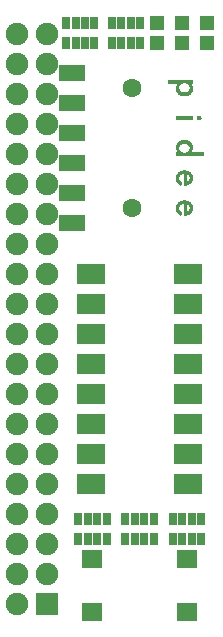
<source format=gbr>
G04 DipTrace 2.4.0.2*
%INTopMask.gbr*%
%MOMM*%
%ADD28C,1.6*%
%ADD32R,2.35X1.7*%
%ADD34R,1.8X1.6*%
%ADD36R,0.65X1.1*%
%ADD38C,1.9*%
%ADD40R,1.9X1.9*%
%ADD42R,1.2X1.3*%
%ADD44R,2.2X1.47*%
%FSLAX53Y53*%
G04*
G71*
G90*
G75*
G01*
%LNTopMask*%
%LPD*%
D44*
X16626Y57150D3*
Y54610D3*
Y52070D3*
Y49530D3*
Y46990D3*
Y44450D3*
D28*
X21696Y55880D3*
Y45720D3*
D42*
X23813Y59692D3*
Y61392D3*
X25938Y59692D3*
Y61392D3*
X28063Y59692D3*
Y61392D3*
D40*
X14453Y12201D3*
D38*
X11913D3*
X14453Y14741D3*
X11913D3*
X14453Y17281D3*
X11913D3*
X14453Y19821D3*
X11913D3*
X14453Y22361D3*
X11913D3*
X14453Y24901D3*
X11913D3*
X14453Y27441D3*
X11913D3*
X14453Y29981D3*
X11913D3*
X14453Y32521D3*
X11913D3*
X14453Y35061D3*
X11913D3*
X14453Y37601D3*
X11913D3*
X14453Y40141D3*
X11913D3*
X14453Y42681D3*
X11913D3*
X14453Y45221D3*
X11913D3*
X14453Y47761D3*
X11913D3*
X14453Y50301D3*
X11913D3*
X14453Y52841D3*
X11913D3*
X14453Y55381D3*
X11913D3*
X14453Y57921D3*
X11913D3*
X14453Y60461D3*
X11913D3*
D36*
X16111Y59689D3*
X16911D3*
X17711D3*
X18511D3*
Y61389D3*
X17711D3*
X16911D3*
X16111D3*
X17131Y17681D3*
X17931D3*
X18731D3*
X19531D3*
Y19381D3*
X18731D3*
X17931D3*
X17131D3*
X27531D3*
X26731D3*
X25931D3*
X25131D3*
Y17681D3*
X25931D3*
X26731D3*
X27531D3*
X23531Y19381D3*
X22731D3*
X21931D3*
X21131D3*
Y17681D3*
X21931D3*
X22731D3*
X23531D3*
X19961Y59689D3*
X20761D3*
X21561D3*
X22361D3*
Y61389D3*
X21561D3*
X20761D3*
X19961D3*
D34*
X26331Y11469D3*
X18331D3*
X26331Y15969D3*
X18331D3*
D32*
X18207Y40139D3*
Y37599D3*
Y35059D3*
Y32519D3*
Y29979D3*
Y27439D3*
Y24899D3*
Y22359D3*
X26467D3*
Y24899D3*
Y27439D3*
Y29979D3*
Y32519D3*
Y35059D3*
Y37599D3*
Y40139D3*
G36*
X26129Y56261D2*
X26149Y56260D1*
X26168D1*
X26187Y56258D1*
X26206Y56257D1*
X26224Y56253D1*
X26242Y56251D1*
X26259Y56246D1*
X26276Y56243D1*
X26325D1*
X26373D1*
X26421D1*
X26469D1*
X26518D1*
X26566D1*
X26614D1*
X26663D1*
X26681D1*
X26700D1*
X26718D1*
X26737D1*
X26755D1*
X26773D1*
X26792D1*
X26811D1*
Y56282D1*
Y56321D1*
Y56360D1*
Y56399D1*
Y56440D1*
Y56479D1*
Y56518D1*
Y56557D1*
X26548D1*
X26285D1*
X26023D1*
X25760D1*
X25497D1*
X25235D1*
X24972D1*
X24709D1*
Y56518D1*
Y56479D1*
Y56440D1*
Y56399D1*
Y56360D1*
Y56321D1*
Y56282D1*
Y56243D1*
X24821D1*
X24932D1*
X25044D1*
X25156D1*
X25267D1*
X25379D1*
X25491D1*
X25602D1*
X25650D1*
X25697D1*
X25745D1*
X25793D1*
X25840D1*
X25888D1*
X25936D1*
X25983D1*
X26000Y56246D1*
X26018Y56251D1*
X26035Y56253D1*
X26053Y56257D1*
X26071Y56258D1*
X26090Y56260D1*
X26109D1*
X26129Y56261D1*
G37*
G36*
X26848Y55821D2*
X26846Y55879D1*
X26837Y55936D1*
X26822Y55991D1*
X26802Y56044D1*
X26776Y56097D1*
X26744Y56146D1*
X26706Y56196D1*
X26663Y56243D1*
X26614D1*
X26566D1*
X26518D1*
X26469D1*
X26421D1*
X26373D1*
X26325D1*
X26276D1*
X26300Y56236D1*
X26323Y56228D1*
X26346Y56218D1*
X26367Y56207D1*
X26388Y56196D1*
X26407Y56183D1*
X26426Y56168D1*
X26444Y56153D1*
X26473Y56126D1*
X26497Y56096D1*
X26518Y56063D1*
X26535Y56029D1*
X26548Y55993D1*
X26557Y55955D1*
X26563Y55915D1*
X26565Y55872D1*
X26563Y55832D1*
X26557Y55794D1*
X26547Y55757D1*
X26534Y55723D1*
X26516Y55690D1*
X26495Y55658D1*
X26470Y55629D1*
X26440Y55602D1*
X26408Y55577D1*
X26374Y55555D1*
X26338Y55536D1*
X26299Y55521D1*
X26258Y55510D1*
X26215Y55502D1*
X26170Y55497D1*
X26122Y55495D1*
X26077Y55497D1*
X26034Y55502D1*
X25992Y55511D1*
X25953Y55522D1*
X25916Y55537D1*
X25880Y55557D1*
X25846Y55579D1*
X25814Y55604D1*
X25786Y55632D1*
X25761Y55661D1*
X25740Y55692D1*
X25722Y55725D1*
X25709Y55760D1*
X25699Y55796D1*
X25694Y55834D1*
X25691Y55873D1*
X25694Y55916D1*
X25699Y55956D1*
X25709Y55994D1*
X25722Y56030D1*
X25739Y56065D1*
X25760Y56096D1*
X25784Y56126D1*
X25813Y56153D1*
X25832Y56168D1*
X25851Y56183D1*
X25871Y56196D1*
X25892Y56207D1*
X25914Y56218D1*
X25936Y56228D1*
X25960Y56236D1*
X25983Y56243D1*
X25936D1*
X25888D1*
X25840D1*
X25793D1*
X25745D1*
X25697D1*
X25650D1*
X25602D1*
X25557Y56195D1*
X25518Y56145D1*
X25486Y56094D1*
X25459Y56042D1*
X25437Y55987D1*
X25423Y55931D1*
X25414Y55875D1*
X25411Y55815D1*
X25414Y55748D1*
X25424Y55682D1*
X25439Y55621D1*
X25461Y55563D1*
X25490Y55506D1*
X25525Y55453D1*
X25566Y55404D1*
X25613Y55357D1*
X25666Y55314D1*
X25722Y55277D1*
X25781Y55245D1*
X25843Y55220D1*
X25908Y55200D1*
X25977Y55185D1*
X26048Y55177D1*
X26123Y55174D1*
X26200Y55177D1*
X26273Y55185D1*
X26343Y55200D1*
X26409Y55220D1*
X26472Y55246D1*
X26532Y55277D1*
X26589Y55315D1*
X26642Y55358D1*
X26690Y55405D1*
X26732Y55456D1*
X26768Y55509D1*
X26797Y55565D1*
X26819Y55624D1*
X26836Y55687D1*
X26845Y55753D1*
X26848Y55821D1*
G37*
G36*
X27579Y53325D2*
X27578Y53346D1*
X27575Y53365D1*
X27571Y53385D1*
X27564Y53403D1*
X27556Y53421D1*
X27545Y53438D1*
X27533Y53454D1*
X27519Y53469D1*
X27504Y53484D1*
X27488Y53496D1*
X27471Y53506D1*
X27453Y53514D1*
X27435Y53521D1*
X27416Y53525D1*
X27397Y53529D1*
X27376Y53530D1*
X27355Y53529D1*
X27335Y53525D1*
X27315Y53521D1*
X27296Y53514D1*
X27279Y53506D1*
X27261Y53496D1*
X27245Y53484D1*
X27230Y53469D1*
X27216Y53454D1*
X27203Y53438D1*
X27193Y53421D1*
X27185Y53403D1*
X27178Y53385D1*
X27174Y53365D1*
X27171Y53345D1*
X27170Y53324D1*
X27171Y53303D1*
X27174Y53283D1*
X27178Y53264D1*
X27185Y53246D1*
X27193Y53229D1*
X27203Y53211D1*
X27216Y53195D1*
X27230Y53180D1*
X27245Y53166D1*
X27261Y53154D1*
X27278Y53143D1*
X27296Y53135D1*
X27315Y53128D1*
X27334Y53124D1*
X27354Y53121D1*
X27375Y53120D1*
X27396Y53121D1*
X27416Y53124D1*
X27435Y53128D1*
X27454Y53135D1*
X27471Y53143D1*
X27488Y53154D1*
X27504Y53166D1*
X27519Y53180D1*
X27533Y53195D1*
X27545Y53211D1*
X27556Y53229D1*
X27564Y53247D1*
X27571Y53265D1*
X27575Y53285D1*
X27578Y53304D1*
X27579Y53325D1*
G37*
G36*
X25450Y53482D2*
Y53443D1*
Y53403D1*
Y53364D1*
Y53325D1*
Y53286D1*
Y53246D1*
Y53207D1*
Y53168D1*
X25620D1*
X25790D1*
X25960D1*
X26130D1*
X26300D1*
X26470D1*
X26641D1*
X26811D1*
Y53207D1*
Y53246D1*
Y53286D1*
Y53325D1*
Y53364D1*
Y53403D1*
Y53443D1*
Y53482D1*
X26641D1*
X26470D1*
X26300D1*
X26130D1*
X25960D1*
X25790D1*
X25620D1*
X25450D1*
G37*
G36*
X26565Y48239D2*
X26561Y48179D1*
X26549Y48125D1*
X26529Y48077D1*
X26502Y48034D1*
X26466Y47997D1*
X26423Y47966D1*
X26372Y47941D1*
X26313Y47922D1*
Y47963D1*
Y48003D1*
Y48043D1*
Y48084D1*
Y48124D1*
Y48164D1*
Y48204D1*
Y48245D1*
X26281D1*
X26249D1*
X26217D1*
X26185D1*
X26153D1*
X26120D1*
X26088D1*
X26056D1*
Y48164D1*
Y48084D1*
Y48003D1*
Y47922D1*
Y47842D1*
Y47760D1*
Y47680D1*
Y47599D1*
X26066D1*
X26075D1*
X26084D1*
X26093D1*
X26102D1*
X26112Y47598D1*
X26121D1*
X26130D1*
X26212Y47600D1*
X26289Y47608D1*
X26362Y47622D1*
X26431Y47642D1*
X26494Y47666D1*
X26553Y47696D1*
X26607Y47730D1*
X26657Y47772D1*
X26702Y47817D1*
X26741Y47866D1*
X26774Y47919D1*
X26800Y47977D1*
X26821Y48038D1*
X26836Y48103D1*
X26845Y48172D1*
X26848Y48245D1*
X26813D1*
X26777D1*
X26742D1*
X26706D1*
X26671D1*
X26635D1*
X26600D1*
X26564D1*
D1*
Y48244D1*
X26565Y48242D1*
D1*
Y48241D1*
D1*
Y48240D1*
Y48239D1*
G37*
G36*
X25747Y48024D2*
X25734Y48044D1*
X25723Y48065D1*
X25713Y48087D1*
X25706Y48111D1*
X25699Y48137D1*
X25695Y48162D1*
X25693Y48189D1*
X25691Y48218D1*
X25693Y48255D1*
X25698Y48291D1*
X25705Y48324D1*
X25716Y48355D1*
X25730Y48385D1*
X25747Y48414D1*
X25766Y48440D1*
X25789Y48466D1*
X25815Y48489D1*
X25843Y48508D1*
X25873Y48527D1*
X25906Y48542D1*
X25940Y48553D1*
X25977Y48564D1*
X26015Y48570D1*
X26056Y48575D1*
Y48534D1*
Y48492D1*
Y48451D1*
Y48409D1*
Y48369D1*
Y48328D1*
Y48286D1*
Y48245D1*
X26088D1*
X26120D1*
X26153D1*
X26185D1*
X26217D1*
X26249D1*
X26281D1*
X26313D1*
Y48284D1*
Y48322D1*
Y48361D1*
Y48399D1*
Y48438D1*
Y48476D1*
Y48515D1*
Y48553D1*
X26328Y48550D1*
X26342Y48545D1*
X26356Y48541D1*
X26369Y48535D1*
X26382Y48529D1*
X26394Y48522D1*
X26406Y48516D1*
X26418Y48509D1*
X26429Y48501D1*
X26440Y48493D1*
X26451Y48485D1*
X26461Y48476D1*
X26470Y48468D1*
X26480Y48459D1*
X26489Y48448D1*
X26497Y48438D1*
X26505Y48428D1*
X26512Y48417D1*
X26519Y48406D1*
X26526Y48394D1*
X26532Y48383D1*
X26537Y48371D1*
X26543Y48359D1*
X26547Y48347D1*
X26551Y48335D1*
X26555Y48323D1*
X26558Y48310D1*
X26560Y48298D1*
X26562Y48285D1*
X26563Y48271D1*
X26564Y48259D1*
Y48245D1*
X26600D1*
X26635D1*
X26671D1*
X26706D1*
X26742D1*
X26777D1*
X26813D1*
X26848D1*
D1*
D1*
Y48246D1*
D1*
D1*
D1*
D1*
D1*
X26845Y48318D1*
X26836Y48387D1*
X26821Y48453D1*
X26799Y48514D1*
X26772Y48573D1*
X26738Y48627D1*
X26697Y48678D1*
X26651Y48724D1*
X26599Y48766D1*
X26544Y48802D1*
X26484Y48833D1*
X26421Y48858D1*
X26354Y48878D1*
X26283Y48892D1*
X26208Y48900D1*
X26129Y48903D1*
X26049Y48900D1*
X25974Y48892D1*
X25903Y48877D1*
X25836Y48857D1*
X25772Y48831D1*
X25713Y48800D1*
X25658Y48762D1*
X25606Y48719D1*
X25561Y48671D1*
X25521Y48619D1*
X25487Y48564D1*
X25459Y48504D1*
X25438Y48442D1*
X25423Y48375D1*
X25414Y48303D1*
X25411Y48230D1*
Y48203D1*
X25412Y48177D1*
X25414Y48152D1*
X25416Y48127D1*
X25419Y48103D1*
X25424Y48079D1*
X25428Y48055D1*
X25433Y48033D1*
X25439Y48010D1*
X25446Y47988D1*
X25453Y47966D1*
X25462Y47944D1*
X25471Y47924D1*
X25481Y47903D1*
X25492Y47883D1*
X25504Y47864D1*
X25516Y47844D1*
X25529Y47825D1*
X25544Y47806D1*
X25558Y47788D1*
X25574Y47769D1*
X25591Y47751D1*
X25608Y47734D1*
X25627Y47716D1*
X25646Y47699D1*
X25666Y47683D1*
X25687Y47667D1*
X25709Y47650D1*
X25732Y47634D1*
X25756Y47619D1*
X25780Y47602D1*
X25806Y47586D1*
X25824Y47620D1*
X25843Y47653D1*
X25862Y47687D1*
X25880Y47720D1*
X25898Y47753D1*
X25917Y47785D1*
X25936Y47819D1*
X25954Y47852D1*
X25918Y47876D1*
X25885Y47899D1*
X25854Y47921D1*
X25827Y47943D1*
X25803Y47965D1*
X25781Y47985D1*
X25763Y48005D1*
X25747Y48024D1*
G37*
G36*
X26278Y50410D2*
X26270Y50407D1*
X26261Y50405D1*
X26253Y50403D1*
X26244Y50402D1*
X26235Y50399D1*
X26226Y50398D1*
X26217Y50397D1*
X26208Y50396D1*
Y50395D1*
X26207D1*
X26206D1*
D1*
X26205D1*
D1*
X26204D1*
D1*
X26200D1*
X26196Y50394D1*
X26191D1*
X26187Y50392D1*
X26182D1*
X26178D1*
X26174Y50391D1*
X26169D1*
D1*
X26168D1*
X26167D1*
D1*
X26166D1*
X26165D1*
D1*
X26164D1*
X26160D1*
X26155D1*
X26150Y50390D1*
X26146D1*
X26141D1*
X26137D1*
X26132D1*
X26128D1*
X26123D1*
X26118D1*
X26113D1*
X26109D1*
X26104D1*
X26100Y50391D1*
X26095D1*
X26091D1*
X26090D1*
X26089D1*
D1*
X26088D1*
D1*
X26087D1*
X26086D1*
X26085D1*
X26081D1*
X26076Y50392D1*
X26072D1*
X26068D1*
X26064Y50394D1*
X26059D1*
X26055Y50395D1*
X26051D1*
X26050D1*
D1*
X26049D1*
D1*
X26048D1*
D1*
X26047D1*
Y50396D1*
X26038Y50397D1*
X26029Y50398D1*
X26020Y50399D1*
X26011Y50402D1*
X26002Y50403D1*
X25994Y50405D1*
X25985Y50407D1*
X25977Y50410D1*
X25929D1*
X25881D1*
X25833D1*
X25784D1*
X25737D1*
X25688D1*
X25641D1*
X25592D1*
X25575D1*
X25557D1*
X25539D1*
X25521D1*
X25503D1*
X25486D1*
X25468D1*
X25450D1*
Y50371D1*
Y50330D1*
Y50291D1*
Y50252D1*
Y50212D1*
Y50173D1*
Y50134D1*
Y50094D1*
X25745D1*
X26040D1*
X26335D1*
X26630D1*
X26925D1*
X27220D1*
X27515D1*
X27810D1*
Y50134D1*
Y50173D1*
Y50212D1*
Y50252D1*
Y50291D1*
Y50330D1*
Y50371D1*
Y50410D1*
X27665D1*
X27521D1*
X27376D1*
X27231D1*
X27087D1*
X26942D1*
X26797D1*
X26652D1*
X26606D1*
X26559D1*
X26512D1*
X26466D1*
X26419D1*
X26372D1*
X26325D1*
X26278D1*
G37*
G36*
X25911Y50434D2*
X25910D1*
D1*
X25909Y50435D1*
D1*
X25908D1*
D1*
D1*
X25907D1*
X25905Y50436D1*
X25903Y50437D1*
X25901Y50439D1*
X25899Y50440D1*
X25897Y50441D1*
X25895Y50442D1*
X25893Y50443D1*
X25891D1*
X25890Y50444D1*
D1*
X25889Y50445D1*
X25888D1*
X25887D1*
D1*
X25886Y50447D1*
D1*
X25884Y50448D1*
X25882Y50449D1*
X25880Y50450D1*
X25879D1*
X25877Y50451D1*
X25875Y50452D1*
X25873Y50453D1*
X25872Y50455D1*
X25871D1*
X25870Y50456D1*
X25869D1*
X25868D1*
Y50457D1*
X25867D1*
Y50458D1*
X25866D1*
X25864Y50459D1*
X25862Y50460D1*
X25861Y50462D1*
X25859Y50463D1*
X25858Y50464D1*
X25856D1*
X25854Y50465D1*
X25853Y50466D1*
X25852Y50467D1*
X25851D1*
Y50468D1*
X25850D1*
X25849D1*
X25848Y50470D1*
D1*
X25847Y50471D1*
X25845Y50472D1*
X25844Y50473D1*
X25842Y50474D1*
X25840Y50475D1*
X25839Y50477D1*
X25837Y50478D1*
X25836Y50479D1*
X25834Y50480D1*
X25833D1*
Y50481D1*
X25832D1*
X25831Y50482D1*
D1*
X25830D1*
Y50483D1*
X25829D1*
X25827Y50486D1*
X25824Y50487D1*
X25822Y50489D1*
X25820Y50490D1*
X25818Y50493D1*
X25816Y50494D1*
X25814Y50496D1*
X25812Y50497D1*
X25783Y50526D1*
X25759Y50556D1*
X25738Y50588D1*
X25721Y50623D1*
X25708Y50658D1*
X25699Y50696D1*
X25694Y50738D1*
X25691Y50780D1*
X25694Y50819D1*
X25699Y50859D1*
X25709Y50894D1*
X25722Y50930D1*
X25740Y50962D1*
X25761Y50993D1*
X25787Y51023D1*
X25816Y51051D1*
X25848Y51075D1*
X25882Y51097D1*
X25918Y51115D1*
X25957Y51129D1*
X25998Y51141D1*
X26041Y51149D1*
X26087Y51154D1*
X26134Y51156D1*
X26179Y51154D1*
X26222Y51149D1*
X26263Y51141D1*
X26303Y51129D1*
X26340Y51114D1*
X26376Y51096D1*
X26410Y51074D1*
X26442Y51049D1*
X26471Y51020D1*
X26496Y50990D1*
X26517Y50959D1*
X26534Y50927D1*
X26548Y50891D1*
X26557Y50855D1*
X26563Y50817D1*
X26565Y50777D1*
X26563Y50735D1*
X26557Y50695D1*
X26548Y50657D1*
X26534Y50622D1*
X26517Y50587D1*
X26496Y50556D1*
X26472Y50526D1*
X26443Y50497D1*
X26441Y50496D1*
X26439Y50494D1*
X26437Y50493D1*
X26435Y50490D1*
X26432Y50489D1*
X26431Y50487D1*
X26428Y50486D1*
X26426Y50483D1*
X26425D1*
Y50482D1*
X26424D1*
D1*
X26423Y50481D1*
X26422D1*
Y50480D1*
X26421D1*
X26419Y50479D1*
X26418Y50478D1*
X26416Y50477D1*
X26415Y50475D1*
X26413Y50474D1*
X26411Y50473D1*
X26410Y50472D1*
X26408Y50471D1*
X26407Y50470D1*
D1*
X26406Y50468D1*
X26405D1*
X26404D1*
Y50467D1*
X26403D1*
X26402Y50466D1*
X26400Y50465D1*
X26399Y50464D1*
X26397D1*
X26396Y50463D1*
X26394Y50462D1*
X26393Y50460D1*
X26391Y50459D1*
X26389Y50458D1*
X26388D1*
Y50457D1*
X26387D1*
X26386Y50456D1*
D1*
X26385D1*
X26384Y50455D1*
X26383D1*
X26382Y50453D1*
X26380Y50452D1*
X26378Y50451D1*
X26376Y50450D1*
X26375D1*
X26373Y50449D1*
X26371Y50448D1*
X26369Y50447D1*
D1*
X26368Y50445D1*
X26367D1*
D1*
X26366D1*
X26365Y50444D1*
D1*
X26364Y50443D1*
X26362D1*
X26360Y50442D1*
X26358Y50441D1*
X26356Y50440D1*
X26354Y50439D1*
X26352Y50437D1*
X26350Y50436D1*
X26348Y50435D1*
X26347D1*
D1*
X26346D1*
D1*
D1*
X26345Y50434D1*
D1*
X26344D1*
X26336Y50430D1*
X26329Y50427D1*
X26320Y50424D1*
X26312Y50420D1*
X26304Y50418D1*
X26295Y50414D1*
X26287Y50412D1*
X26278Y50410D1*
X26325D1*
X26372D1*
X26419D1*
X26466D1*
X26512D1*
X26559D1*
X26606D1*
X26652D1*
X26698Y50458D1*
X26738Y50508D1*
X26772Y50558D1*
X26799Y50611D1*
X26821Y50665D1*
X26836Y50721D1*
X26845Y50778D1*
X26848Y50837D1*
X26845Y50905D1*
X26836Y50969D1*
X26819Y51030D1*
X26797Y51089D1*
X26768Y51145D1*
X26733Y51197D1*
X26691Y51248D1*
X26643Y51294D1*
X26590Y51337D1*
X26535Y51374D1*
X26476Y51405D1*
X26414Y51432D1*
X26349Y51451D1*
X26280Y51465D1*
X26209Y51474D1*
X26134Y51477D1*
X26058Y51474D1*
X25985Y51465D1*
X25916Y51451D1*
X25849Y51432D1*
X25786Y51405D1*
X25725Y51374D1*
X25668Y51337D1*
X25615Y51294D1*
X25567Y51247D1*
X25526Y51196D1*
X25490Y51143D1*
X25462Y51087D1*
X25439Y51027D1*
X25424Y50965D1*
X25414Y50899D1*
X25411Y50830D1*
X25413Y50772D1*
X25422Y50716D1*
X25436Y50661D1*
X25456Y50608D1*
X25482Y50556D1*
X25513Y50505D1*
X25550Y50457D1*
X25592Y50410D1*
X25641D1*
X25688D1*
X25737D1*
X25784D1*
X25833D1*
X25881D1*
X25929D1*
X25977D1*
X25968Y50412D1*
X25960Y50414D1*
X25951Y50418D1*
X25943Y50420D1*
X25935Y50424D1*
X25926Y50427D1*
X25919Y50430D1*
X25911Y50434D1*
G37*
G36*
X26565Y45700D2*
X26561Y45640D1*
X26549Y45586D1*
X26529Y45538D1*
X26502Y45495D1*
X26466Y45458D1*
X26423Y45427D1*
X26372Y45402D1*
X26313Y45382D1*
Y45423D1*
Y45463D1*
Y45503D1*
Y45543D1*
Y45585D1*
Y45625D1*
Y45665D1*
Y45706D1*
X26281D1*
X26249D1*
X26217D1*
X26185D1*
X26153D1*
X26120D1*
X26088D1*
X26056D1*
Y45625D1*
Y45543D1*
Y45463D1*
Y45382D1*
Y45302D1*
Y45221D1*
Y45141D1*
Y45060D1*
X26066D1*
X26075D1*
X26084Y45059D1*
X26093D1*
X26102D1*
X26112D1*
X26121D1*
X26130D1*
X26212Y45061D1*
X26289Y45069D1*
X26362Y45083D1*
X26431Y45101D1*
X26494Y45127D1*
X26553Y45155D1*
X26607Y45191D1*
X26657Y45231D1*
X26702Y45277D1*
X26741Y45327D1*
X26774Y45380D1*
X26800Y45437D1*
X26821Y45498D1*
X26836Y45564D1*
X26845Y45632D1*
X26848Y45706D1*
X26813D1*
X26777D1*
X26742D1*
X26706D1*
X26671D1*
X26635D1*
X26600D1*
X26564D1*
Y45705D1*
Y45703D1*
X26565D1*
Y45702D1*
D1*
Y45701D1*
D1*
Y45700D1*
G37*
G36*
X25954Y45313D2*
X25918Y45336D1*
X25885Y45359D1*
X25854Y45382D1*
X25827Y45404D1*
X25803Y45425D1*
X25781Y45446D1*
X25763Y45465D1*
X25747Y45485D1*
X25734Y45504D1*
X25723Y45526D1*
X25713Y45548D1*
X25706Y45572D1*
X25699Y45596D1*
X25695Y45623D1*
X25693Y45650D1*
X25691Y45679D1*
X25693Y45716D1*
X25698Y45751D1*
X25705Y45784D1*
X25716Y45816D1*
X25730Y45846D1*
X25747Y45875D1*
X25766Y45901D1*
X25789Y45927D1*
X25815Y45949D1*
X25843Y45969D1*
X25873Y45987D1*
X25906Y46001D1*
X25940Y46014D1*
X25977Y46023D1*
X26015Y46030D1*
X26056Y46035D1*
Y45993D1*
Y45953D1*
Y45912D1*
Y45870D1*
Y45829D1*
Y45787D1*
Y45747D1*
Y45706D1*
X26088D1*
X26120D1*
X26153D1*
X26185D1*
X26217D1*
X26249D1*
X26281D1*
X26313D1*
Y45744D1*
Y45783D1*
Y45821D1*
Y45860D1*
Y45898D1*
Y45937D1*
Y45975D1*
Y46014D1*
X26328Y46010D1*
X26342Y46006D1*
X26356Y46000D1*
X26369Y45996D1*
X26382Y45990D1*
X26394Y45983D1*
X26406Y45976D1*
X26418Y45969D1*
X26429Y45962D1*
X26440Y45954D1*
X26451Y45946D1*
X26461Y45937D1*
X26470Y45928D1*
X26480Y45919D1*
X26489Y45909D1*
X26497Y45899D1*
X26505Y45889D1*
X26512Y45877D1*
X26519Y45867D1*
X26526Y45855D1*
X26532Y45844D1*
X26537Y45832D1*
X26543Y45820D1*
X26547Y45807D1*
X26551Y45795D1*
X26555Y45783D1*
X26558Y45770D1*
X26560Y45757D1*
X26562Y45745D1*
X26563Y45732D1*
X26564Y45718D1*
Y45706D1*
X26600D1*
X26635D1*
X26671D1*
X26706D1*
X26742D1*
X26777D1*
X26813D1*
X26848D1*
D1*
D1*
D1*
D1*
D1*
Y45707D1*
D1*
D1*
X26845Y45779D1*
X26836Y45848D1*
X26821Y45913D1*
X26799Y45975D1*
X26772Y46033D1*
X26738Y46087D1*
X26697Y46137D1*
X26651Y46184D1*
X26599Y46227D1*
X26544Y46263D1*
X26484Y46294D1*
X26421Y46319D1*
X26354Y46339D1*
X26283Y46353D1*
X26208Y46361D1*
X26129Y46364D1*
X26049Y46361D1*
X25974Y46353D1*
X25903Y46338D1*
X25836Y46317D1*
X25772Y46292D1*
X25713Y46259D1*
X25658Y46222D1*
X25606Y46179D1*
X25561Y46132D1*
X25521Y46080D1*
X25487Y46023D1*
X25459Y45965D1*
X25438Y45901D1*
X25423Y45835D1*
X25414Y45764D1*
X25411Y45690D1*
Y45663D1*
X25412Y45638D1*
X25414Y45612D1*
X25416Y45587D1*
X25419Y45563D1*
X25424Y45540D1*
X25428Y45516D1*
X25433Y45493D1*
X25439Y45471D1*
X25446Y45448D1*
X25453Y45427D1*
X25462Y45405D1*
X25471Y45385D1*
X25481Y45364D1*
X25492Y45344D1*
X25504Y45324D1*
X25516Y45304D1*
X25529Y45286D1*
X25544Y45267D1*
X25558Y45248D1*
X25574Y45230D1*
X25591Y45212D1*
X25608Y45195D1*
X25627Y45177D1*
X25646Y45160D1*
X25666Y45144D1*
X25687Y45127D1*
X25709Y45111D1*
X25732Y45094D1*
X25756Y45078D1*
X25780Y45062D1*
X25806Y45047D1*
X25824Y45081D1*
X25843Y45114D1*
X25862Y45147D1*
X25880Y45180D1*
X25898Y45213D1*
X25917Y45246D1*
X25936Y45280D1*
X25954Y45313D1*
G37*
G36*
X25602Y56243D2*
X25983D1*
X25596Y56236D1*
X25602Y56243D1*
G37*
G36*
X26300Y56236D2*
X26663Y56243D1*
X26669Y56236D1*
X26300D1*
G37*
G36*
X25596D2*
X25960D1*
X25588Y56228D1*
X25596Y56236D1*
G37*
G36*
X26323Y56228D2*
X26669Y56236D1*
X26677Y56228D1*
X26323D1*
G37*
G36*
X25588D2*
X25936D1*
X25579Y56218D1*
X25588Y56228D1*
G37*
G36*
X26346Y56218D2*
X26677Y56228D1*
X26685Y56218D1*
X26346D1*
G37*
G36*
X25579D2*
X25914D1*
X25569Y56207D1*
X25579Y56218D1*
G37*
G36*
X26367Y56207D2*
X26685Y56218D1*
X26695Y56207D1*
X26367D1*
G37*
G36*
X25569D2*
X25892D1*
X25558Y56196D1*
X25569Y56207D1*
G37*
G36*
X26388Y56196D2*
X26695Y56207D1*
X26706Y56196D1*
X26388D1*
G37*
G36*
X25558D2*
X25871D1*
X25557Y56195D1*
X25558Y56196D1*
G37*
G36*
X26389Y56195D2*
X26706Y56196D1*
X26707Y56195D1*
X26389D1*
G37*
G36*
X25557D2*
X25870D1*
X25548Y56183D1*
X25557Y56195D1*
G37*
G36*
X26407Y56183D2*
X26707Y56195D1*
X26716Y56183D1*
X26407D1*
G37*
G36*
X25548D2*
X25851D1*
X25537Y56168D1*
X25548Y56183D1*
G37*
G36*
X26426Y56168D2*
X26716Y56183D1*
X26727Y56168D1*
X26426D1*
G37*
G36*
X25537D2*
X25832D1*
X25525Y56153D1*
X25537Y56168D1*
G37*
G36*
X26444Y56153D2*
X26727Y56168D1*
X26739Y56153D1*
X26444D1*
G37*
G36*
X25525D2*
X25813D1*
X25520Y56146D1*
X25525Y56153D1*
G37*
G36*
X26451Y56146D2*
X26739Y56153D1*
X26744Y56146D1*
X26451D1*
G37*
G36*
X25520D2*
X25806D1*
X25518Y56145D1*
X25520Y56146D1*
G37*
G36*
X26453Y56145D2*
X26744Y56146D1*
X26745Y56145D1*
X26453D1*
G37*
G36*
X25518D2*
X25805D1*
X25506Y56126D1*
X25518Y56145D1*
G37*
G36*
X26472Y56126D2*
X26745Y56145D1*
X26757Y56126D1*
X26472D1*
G37*
G36*
X25506D2*
X25784D1*
X25506D1*
D1*
G37*
G36*
X26473D2*
X26757D1*
D1*
X26473D1*
G37*
G36*
X25506D2*
X25784D1*
X25487Y56097D1*
X25506Y56126D1*
G37*
G36*
X26497Y56097D2*
X26758Y56126D1*
X26776Y56097D1*
X26497D1*
G37*
G36*
X25487D2*
X25760D1*
X25487Y56096D1*
Y56097D1*
G37*
G36*
X26497Y56096D2*
X26776Y56097D1*
Y56096D1*
X26497D1*
G37*
G36*
X25487D2*
X25760D1*
X25486D1*
X25487D1*
G37*
G36*
X26497D2*
X26776D1*
D1*
X26497D1*
G37*
G36*
X25486D2*
X25760D1*
X25486Y56094D1*
Y56096D1*
G37*
G36*
X26498Y56094D2*
X26776Y56096D1*
X26777Y56094D1*
X26498D1*
G37*
G36*
X25486D2*
X25759D1*
X25470Y56065D1*
X25486Y56094D1*
G37*
G36*
X26517Y56065D2*
X26777Y56094D1*
X26792Y56065D1*
X26517D1*
G37*
G36*
X25470D2*
X25739D1*
X25470Y56063D1*
Y56065D1*
G37*
G36*
X26518Y56063D2*
X26792Y56065D1*
Y56063D1*
X26518D1*
G37*
G36*
X25470D2*
X25739D1*
X25460Y56044D1*
X25470Y56063D1*
G37*
G36*
X26528Y56044D2*
X26792Y56063D1*
X26802Y56044D1*
X26528D1*
G37*
G36*
X25460D2*
X25729D1*
X25459Y56042D1*
X25460Y56044D1*
G37*
G36*
X26529Y56042D2*
X26802Y56044D1*
X26803Y56042D1*
X26529D1*
G37*
G36*
X25459D2*
X25727D1*
X25454Y56030D1*
X25459Y56042D1*
G37*
G36*
X26534Y56030D2*
X26803Y56042D1*
X26807Y56030D1*
X26534D1*
G37*
G36*
X25454D2*
X25722D1*
X25454Y56029D1*
Y56030D1*
G37*
G36*
X26535Y56029D2*
X26807Y56030D1*
Y56029D1*
X26535D1*
G37*
G36*
X25454D2*
X25721D1*
X25440Y55994D1*
X25454Y56029D1*
G37*
G36*
X26547Y55994D2*
X26807Y56029D1*
X26821Y55994D1*
X26547D1*
G37*
G36*
X25440D2*
X25709D1*
X25440Y55993D1*
Y55994D1*
G37*
G36*
X26548Y55993D2*
X26821Y55994D1*
Y55993D1*
X26548D1*
G37*
G36*
X25440D2*
X25708D1*
X25439Y55991D1*
X25440Y55993D1*
G37*
G36*
X26549Y55991D2*
X26821Y55993D1*
X26822Y55991D1*
X26549D1*
G37*
G36*
X25439D2*
X25708D1*
X25437Y55987D1*
X25439Y55991D1*
G37*
G36*
X26549Y55987D2*
X26822Y55991D1*
X26823Y55987D1*
X26549D1*
G37*
G36*
X25437D2*
X25707D1*
X25429Y55956D1*
X25437Y55987D1*
G37*
G36*
X26557Y55956D2*
X26823Y55987D1*
X26831Y55956D1*
X26557D1*
G37*
G36*
X25429D2*
X25699D1*
X25429Y55955D1*
Y55956D1*
G37*
G36*
X26557Y55955D2*
X26831Y55956D1*
X26832Y55955D1*
X26557D1*
G37*
G36*
X25429D2*
X25699D1*
X25424Y55936D1*
X25429Y55955D1*
G37*
G36*
X26560Y55936D2*
X26832Y55955D1*
X26837Y55936D1*
X26560D1*
G37*
G36*
X25424D2*
X25696D1*
X25423Y55931D1*
X25424Y55936D1*
G37*
G36*
X26560Y55931D2*
X26837Y55936D1*
X26838Y55931D1*
X26560D1*
G37*
G36*
X25423D2*
X25696D1*
X25420Y55916D1*
X25423Y55931D1*
G37*
G36*
X26563Y55916D2*
X26838Y55931D1*
X26840Y55916D1*
X26563D1*
G37*
G36*
X25420D2*
X25694D1*
X25420Y55915D1*
Y55916D1*
G37*
G36*
X26563Y55915D2*
X26840Y55916D1*
Y55915D1*
X26563D1*
G37*
G36*
X25420D2*
X25694D1*
X25415Y55879D1*
X25420Y55915D1*
G37*
G36*
X26564Y55879D2*
X26840Y55915D1*
X26846Y55879D1*
X26564D1*
G37*
G36*
X25415D2*
X25692D1*
X25414Y55875D1*
X25415Y55879D1*
G37*
G36*
X26565Y55875D2*
X26846Y55879D1*
Y55875D1*
X26565D1*
G37*
G36*
X25414D2*
X25691D1*
X25414Y55873D1*
Y55875D1*
G37*
G36*
X26565Y55873D2*
X26846Y55875D1*
Y55873D1*
X26565D1*
G37*
G36*
X25414D2*
X25691D1*
X25414Y55872D1*
Y55873D1*
G37*
G36*
Y55872D2*
X25691Y55873D1*
Y55872D1*
X25414D1*
G37*
G36*
X26565D2*
X26846Y55873D1*
Y55872D1*
X26565D1*
G37*
G36*
X25414D2*
X25691D1*
X25412Y55834D1*
X25414Y55872D1*
G37*
G36*
X25412Y55834D2*
X25691Y55872D1*
X25694Y55834D1*
X25412D1*
G37*
G36*
X26565Y55872D2*
X26846D1*
X26563Y55834D1*
X26565Y55872D1*
G37*
G36*
X26563Y55834D2*
X26846Y55872D1*
X26848Y55834D1*
X26563D1*
G37*
G36*
X25412D2*
X25694D1*
X25411Y55832D1*
X25412Y55834D1*
G37*
G36*
X25411Y55832D2*
X25694Y55834D1*
Y55832D1*
X25411D1*
G37*
G36*
X26563Y55834D2*
X26848D1*
X26563Y55832D1*
Y55834D1*
G37*
G36*
Y55832D2*
X26848Y55834D1*
Y55832D1*
X26563D1*
G37*
G36*
X25411D2*
X25694D1*
X25411Y55821D1*
Y55832D1*
G37*
G36*
Y55821D2*
X25694Y55832D1*
X25695Y55821D1*
X25411D1*
G37*
G36*
X26563Y55832D2*
X26848D1*
X26561Y55821D1*
X26563Y55832D1*
G37*
G36*
X26561Y55821D2*
X26848Y55832D1*
Y55821D1*
X26561D1*
G37*
G36*
X25411D2*
X25695D1*
X25411Y55815D1*
Y55821D1*
G37*
G36*
Y55815D2*
X25695Y55821D1*
X25696Y55815D1*
X25411D1*
G37*
G36*
X26561Y55821D2*
X26848D1*
X26560Y55815D1*
X26561Y55821D1*
G37*
G36*
X25411Y55796D2*
X25696Y55815D1*
X25699Y55796D1*
X25411D1*
G37*
G36*
X26560Y55815D2*
X26848D1*
X26557Y55796D1*
X26560Y55815D1*
G37*
G36*
X25412Y55794D2*
X25699Y55796D1*
X25700Y55794D1*
X25412D1*
G37*
G36*
X26557Y55796D2*
X26847D1*
X26557Y55794D1*
Y55796D1*
G37*
G36*
X25413Y55760D2*
X25700Y55794D1*
X25709Y55760D1*
X25413D1*
G37*
G36*
X26557Y55794D2*
X26847D1*
X26548Y55760D1*
X26557Y55794D1*
G37*
G36*
X25413Y55757D2*
X25709Y55760D1*
Y55757D1*
X25413D1*
G37*
G36*
X26548Y55760D2*
X26846D1*
X26547Y55757D1*
X26548Y55760D1*
G37*
G36*
X25414Y55753D2*
X25709Y55757D1*
X25712Y55753D1*
X25414D1*
G37*
G36*
X26547Y55757D2*
X26845D1*
X26545Y55753D1*
X26547Y55757D1*
G37*
G36*
X25414Y55748D2*
X25712Y55753D1*
X25713Y55748D1*
X25414D1*
G37*
G36*
X26545Y55753D2*
X26845D1*
X26543Y55748D1*
X26545Y55753D1*
G37*
G36*
X25417Y55725D2*
X25713Y55748D1*
X25722Y55725D1*
X25417D1*
G37*
G36*
X26543Y55748D2*
X26844D1*
X26534Y55725D1*
X26543Y55748D1*
G37*
G36*
X25417Y55723D2*
X25722Y55725D1*
X25723Y55723D1*
X25417D1*
G37*
G36*
X26534Y55725D2*
X26841D1*
X26534Y55723D1*
Y55725D1*
G37*
G36*
X25422Y55692D2*
X25723Y55723D1*
X25740Y55692D1*
X25422D1*
G37*
G36*
X26534Y55723D2*
X26841D1*
X26517Y55692D1*
X26534Y55723D1*
G37*
G36*
X25422Y55690D2*
X25740Y55692D1*
X25741Y55690D1*
X25422D1*
G37*
G36*
X26517Y55692D2*
X26836D1*
X26516Y55690D1*
X26517Y55692D1*
G37*
G36*
X25423Y55687D2*
X25741Y55690D1*
X25743Y55687D1*
X25423D1*
G37*
G36*
X26516Y55690D2*
X26836D1*
X26514Y55687D1*
X26516Y55690D1*
G37*
G36*
X25424Y55682D2*
X25743Y55687D1*
X25746Y55682D1*
X25424D1*
G37*
G36*
X26514Y55687D2*
X26835D1*
X26511Y55682D1*
X26514Y55687D1*
G37*
G36*
X25429Y55661D2*
X25746Y55682D1*
X25761Y55661D1*
X25429D1*
G37*
G36*
X26511Y55682D2*
X26834D1*
X26496Y55661D1*
X26511Y55682D1*
G37*
G36*
X25430Y55658D2*
X25761Y55661D1*
X25763Y55658D1*
X25430D1*
G37*
G36*
X26496Y55661D2*
X26829D1*
X26495Y55658D1*
X26496Y55661D1*
G37*
G36*
X25437Y55632D2*
X25763Y55658D1*
X25786Y55632D1*
X25437D1*
G37*
G36*
X26495Y55658D2*
X26828D1*
X26472Y55632D1*
X26495Y55658D1*
G37*
G36*
X25437Y55629D2*
X25785Y55632D1*
X25788Y55629D1*
X25437D1*
G37*
G36*
X26472Y55632D2*
X26821D1*
X26470Y55629D1*
X26472Y55632D1*
G37*
G36*
X25438Y55624D2*
X25788Y55629D1*
X25793Y55624D1*
X25438D1*
G37*
G36*
X26470Y55629D2*
X26821D1*
X26464Y55624D1*
X26470Y55629D1*
G37*
G36*
X25439Y55621D2*
X25793Y55624D1*
X25796Y55621D1*
X25439D1*
G37*
G36*
X26464Y55624D2*
X26819D1*
X26461Y55621D1*
X26464Y55624D1*
G37*
G36*
X25446Y55604D2*
X25796Y55621D1*
X25814Y55604D1*
X25446D1*
G37*
G36*
X26461Y55621D2*
X26818D1*
X26443Y55604D1*
X26461Y55621D1*
G37*
G36*
X25447Y55602D2*
X25814Y55604D1*
X25818Y55602D1*
X25447D1*
G37*
G36*
X26443Y55604D2*
X26812D1*
X26440Y55602D1*
X26443Y55604D1*
G37*
G36*
X25455Y55579D2*
X25818Y55602D1*
X25846Y55579D1*
X25455D1*
G37*
G36*
X26440Y55602D2*
X26811D1*
X26411Y55579D1*
X26440Y55602D1*
G37*
G36*
X25456Y55577D2*
X25846Y55579D1*
X25850Y55577D1*
X25456D1*
G37*
G36*
X26411Y55579D2*
X26802D1*
X26408Y55577D1*
X26411Y55579D1*
G37*
G36*
X25460Y55565D2*
X25850Y55577D1*
X25867Y55565D1*
X25460D1*
G37*
G36*
X26408Y55577D2*
X26801D1*
X26390Y55565D1*
X26408Y55577D1*
G37*
G36*
X25461Y55563D2*
X25867Y55565D1*
X25871Y55563D1*
X25461D1*
G37*
G36*
X26390Y55565D2*
X26797D1*
X26386Y55563D1*
X26390Y55565D1*
G37*
G36*
X25464Y55557D2*
X25871Y55563D1*
X25880Y55557D1*
X25464D1*
G37*
G36*
X26386Y55563D2*
X26795D1*
X26377Y55557D1*
X26386Y55563D1*
G37*
G36*
X25465Y55555D2*
X25880Y55557D1*
X25883Y55555D1*
X25465D1*
G37*
G36*
X26377Y55557D2*
X26792D1*
X26374Y55555D1*
X26377Y55557D1*
G37*
G36*
X25474Y55537D2*
X25883Y55555D1*
X25916Y55537D1*
X25474D1*
G37*
G36*
X26374Y55555D2*
X26792D1*
X26340Y55537D1*
X26374Y55555D1*
G37*
G36*
X25474Y55536D2*
X25915Y55537D1*
X25918Y55536D1*
X25474D1*
G37*
G36*
X26340Y55537D2*
X26783D1*
X26338Y55536D1*
X26340Y55537D1*
G37*
G36*
X25482Y55522D2*
X25918Y55536D1*
X25953Y55522D1*
X25482D1*
G37*
G36*
X26338Y55536D2*
X26782D1*
X26301Y55522D1*
X26338Y55536D1*
G37*
G36*
X25482Y55521D2*
X25953Y55522D1*
X25955Y55521D1*
X25482D1*
G37*
G36*
X26301Y55522D2*
X26775D1*
X26299Y55521D1*
X26301Y55522D1*
G37*
G36*
X25488Y55511D2*
X25955Y55521D1*
X25992Y55511D1*
X25488D1*
G37*
G36*
X26299Y55521D2*
X26775D1*
X26259Y55511D1*
X26299Y55521D1*
G37*
G36*
X25488Y55510D2*
X25992Y55511D1*
X25994Y55510D1*
X25488D1*
G37*
G36*
X26259Y55511D2*
X26769D1*
X26258Y55510D1*
X26259Y55511D1*
G37*
G36*
X25489Y55509D2*
X25994Y55510D1*
X26002Y55509D1*
X25489D1*
G37*
G36*
X26258Y55510D2*
X26768D1*
X26249Y55509D1*
X26258Y55510D1*
G37*
G36*
X25490Y55506D2*
X26002Y55509D1*
X26012Y55506D1*
X25490D1*
G37*
G36*
X26249Y55509D2*
X26768D1*
X26239Y55506D1*
X26249Y55509D1*
G37*
G36*
X25493Y55502D2*
X26012Y55506D1*
X26034Y55502D1*
X25493D1*
G37*
G36*
X26239Y55506D2*
X26766D1*
X26216Y55502D1*
X26239Y55506D1*
G37*
G36*
X25493Y55502D2*
X26034D1*
X26035D1*
X25493D1*
G37*
G36*
X26216D2*
X26763D1*
X26215D1*
X26216D1*
G37*
G36*
X25496Y55497D2*
X26035Y55502D1*
X26076Y55497D1*
X25496D1*
G37*
G36*
X26215Y55502D2*
X26763D1*
X26170Y55497D1*
X26215Y55502D1*
G37*
G36*
X25497Y55495D2*
X26076Y55497D1*
X26122Y55495D1*
X25497D1*
G37*
G36*
X26170Y55497D2*
X26760D1*
X26122Y55495D1*
X26170Y55497D1*
G37*
G36*
X27355Y53529D2*
X27376Y53530D1*
X27397Y53529D1*
X27355D1*
G37*
G36*
D2*
X27397D1*
X27335Y53525D1*
X27355Y53529D1*
G37*
G36*
X27335Y53525D2*
X27397Y53529D1*
X27416Y53525D1*
X27335D1*
G37*
G36*
D2*
X27416D1*
X27315Y53521D1*
X27335Y53525D1*
G37*
G36*
X27315Y53521D2*
X27416Y53525D1*
X27435Y53521D1*
X27315D1*
G37*
G36*
D2*
X27435D1*
X27296Y53514D1*
X27315Y53521D1*
G37*
G36*
X27296Y53514D2*
X27435Y53521D1*
X27453Y53514D1*
X27296D1*
G37*
G36*
D2*
X27453D1*
X27279Y53506D1*
X27296Y53514D1*
G37*
G36*
X27278Y53506D2*
X27453Y53514D1*
X27471Y53506D1*
X27278D1*
G37*
G36*
X27279D2*
X27471D1*
X27261Y53496D1*
X27279Y53506D1*
G37*
G36*
X27261Y53496D2*
X27471Y53506D1*
X27488Y53496D1*
X27261D1*
G37*
G36*
D2*
X27488D1*
X27245Y53484D1*
X27261Y53496D1*
G37*
G36*
X27245Y53484D2*
X27488Y53496D1*
X27504Y53484D1*
X27245D1*
G37*
G36*
D2*
X27504D1*
X27230Y53469D1*
X27245Y53484D1*
G37*
G36*
X27230Y53469D2*
X27504Y53484D1*
X27519Y53469D1*
X27230D1*
G37*
G36*
D2*
X27519D1*
X27216Y53454D1*
X27230Y53469D1*
G37*
G36*
X27216Y53454D2*
X27519Y53469D1*
X27533Y53454D1*
X27216D1*
G37*
G36*
D2*
X27533D1*
X27204Y53438D1*
X27216Y53454D1*
G37*
G36*
X27204Y53438D2*
X27533Y53454D1*
X27545Y53438D1*
X27204D1*
G37*
G36*
D2*
X27545D1*
X27203D1*
X27204D1*
G37*
G36*
X27203D2*
X27545D1*
D1*
X27203D1*
G37*
G36*
D2*
X27545D1*
X27193Y53421D1*
X27203Y53438D1*
G37*
G36*
X27193Y53421D2*
X27545Y53438D1*
X27556Y53421D1*
X27193D1*
G37*
G36*
D2*
X27556D1*
X27193D1*
G37*
G36*
D2*
X27556D1*
D1*
X27193D1*
G37*
G36*
D2*
X27556D1*
X27185Y53403D1*
X27193Y53421D1*
G37*
G36*
X27185Y53403D2*
X27556Y53421D1*
X27564Y53403D1*
X27185D1*
G37*
G36*
D2*
X27564D1*
X27185D1*
D1*
G37*
G36*
D2*
X27564D1*
D1*
X27185D1*
G37*
G36*
D2*
X27564D1*
X27179Y53385D1*
X27185Y53403D1*
G37*
G36*
X27179Y53385D2*
X27564Y53403D1*
X27571Y53385D1*
X27179D1*
G37*
G36*
D2*
X27571D1*
X27178D1*
X27179D1*
G37*
G36*
X27178D2*
X27571D1*
D1*
X27178D1*
G37*
G36*
D2*
X27571D1*
X27174Y53365D1*
X27178Y53385D1*
G37*
G36*
X27174Y53365D2*
X27571Y53385D1*
X27575Y53365D1*
X27174D1*
G37*
G36*
D2*
X27575D1*
X27174D1*
G37*
G36*
D2*
X27575D1*
D1*
X27174D1*
G37*
G36*
D2*
X27575D1*
X27171Y53346D1*
X27174Y53365D1*
G37*
G36*
X27171Y53346D2*
X27575Y53365D1*
X27578Y53346D1*
X27171D1*
G37*
G36*
D2*
X27578D1*
X27171Y53345D1*
Y53346D1*
G37*
G36*
Y53345D2*
X27578Y53346D1*
Y53345D1*
X27171D1*
G37*
G36*
D2*
X27578D1*
X27170Y53325D1*
X27171Y53345D1*
G37*
G36*
X27170Y53325D2*
X27578Y53345D1*
X27579Y53325D1*
X27170D1*
G37*
G36*
D2*
X27579D1*
X27170Y53324D1*
Y53325D1*
G37*
G36*
X26565Y48239D2*
X26848D1*
X26563Y48204D1*
X26565Y48239D1*
G37*
G36*
X26563Y48204D2*
X26847D1*
X26561Y48179D1*
X26563Y48204D1*
G37*
G36*
X26561Y48179D2*
X26846D1*
X26559Y48172D1*
X26561Y48179D1*
G37*
G36*
X26559Y48172D2*
X26845D1*
X26558Y48164D1*
X26559Y48172D1*
G37*
G36*
X26558Y48164D2*
X26844D1*
X26549Y48125D1*
X26558Y48164D1*
G37*
G36*
X26549Y48125D2*
X26839D1*
X26548Y48124D1*
X26549Y48125D1*
G37*
G36*
X26548Y48124D2*
X26839D1*
X26540Y48103D1*
X26548Y48124D1*
G37*
G36*
X26540Y48103D2*
X26836D1*
X26532Y48084D1*
X26540Y48103D1*
G37*
G36*
X26532Y48084D2*
X26832D1*
X26529Y48077D1*
X26532Y48084D1*
G37*
G36*
X26529Y48077D2*
X26830D1*
X26507Y48043D1*
X26529Y48077D1*
G37*
G36*
X26507Y48043D2*
X26822D1*
X26504Y48038D1*
X26507Y48043D1*
G37*
G36*
X26504Y48038D2*
X26821D1*
X26502Y48034D1*
X26504Y48038D1*
G37*
G36*
X26502Y48034D2*
X26820D1*
X26472Y48003D1*
X26502Y48034D1*
G37*
G36*
X26472Y48003D2*
X26809D1*
X26466Y47997D1*
X26472Y48003D1*
G37*
G36*
X26466Y47997D2*
X26807D1*
X26437Y47977D1*
X26466Y47997D1*
G37*
G36*
X26437Y47977D2*
X26800D1*
X26423Y47966D1*
X26437Y47977D1*
G37*
G36*
X26423Y47966D2*
X26796D1*
X26415Y47963D1*
X26423Y47966D1*
G37*
G36*
X26415Y47963D2*
X26794D1*
X26372Y47941D1*
X26415Y47963D1*
G37*
G36*
X26372Y47941D2*
X26784D1*
X26313Y47922D1*
X26372Y47941D1*
G37*
G36*
X26049Y48900D2*
X26129Y48903D1*
X26208Y48900D1*
X26049D1*
G37*
G36*
D2*
X26208D1*
X25977Y48892D1*
X26049Y48900D1*
G37*
G36*
X25977Y48892D2*
X26208Y48900D1*
X26283Y48892D1*
X25977D1*
G37*
G36*
D2*
X26283D1*
X25974D1*
X25977D1*
G37*
G36*
X25974D2*
X26283D1*
X26284D1*
X25974D1*
G37*
G36*
D2*
X26284D1*
X25906Y48878D1*
X25974Y48892D1*
G37*
G36*
X25906Y48878D2*
X26284Y48892D1*
X26354Y48878D1*
X25906D1*
G37*
G36*
D2*
X26354D1*
X25903Y48877D1*
X25906Y48878D1*
G37*
G36*
X25903Y48877D2*
X26354Y48878D1*
X26356Y48877D1*
X25903D1*
G37*
G36*
D2*
X26356D1*
X25840Y48858D1*
X25903Y48877D1*
G37*
G36*
X25840Y48858D2*
X26356Y48877D1*
X26421Y48858D1*
X25840D1*
G37*
G36*
D2*
X26421D1*
X25836Y48857D1*
X25840Y48858D1*
G37*
G36*
X25836Y48857D2*
X26421Y48858D1*
X26424Y48857D1*
X25836D1*
G37*
G36*
D2*
X26424D1*
X25778Y48833D1*
X25836Y48857D1*
G37*
G36*
X25778Y48833D2*
X26424Y48857D1*
X26484Y48833D1*
X25778D1*
G37*
G36*
D2*
X26484D1*
X25772Y48831D1*
X25778Y48833D1*
G37*
G36*
X25772Y48831D2*
X26484Y48833D1*
X26488Y48831D1*
X25772D1*
G37*
G36*
D2*
X26488D1*
X25719Y48802D1*
X25772Y48831D1*
G37*
G36*
X25719Y48802D2*
X26488Y48831D1*
X26544Y48802D1*
X25719D1*
G37*
G36*
D2*
X26544D1*
X25713Y48800D1*
X25719Y48802D1*
G37*
G36*
X25713Y48800D2*
X26544Y48802D1*
X26549Y48800D1*
X25713D1*
G37*
G36*
D2*
X26549D1*
X25664Y48766D1*
X25713Y48800D1*
G37*
G36*
X25664Y48766D2*
X26549Y48800D1*
X26599Y48766D1*
X25664D1*
G37*
G36*
D2*
X26599D1*
X25658Y48762D1*
X25664Y48766D1*
G37*
G36*
X25658Y48762D2*
X26599Y48766D1*
X26605Y48762D1*
X25658D1*
G37*
G36*
D2*
X26605D1*
X25613Y48724D1*
X25658Y48762D1*
G37*
G36*
X25613Y48724D2*
X26605Y48762D1*
X26651Y48724D1*
X25613D1*
G37*
G36*
D2*
X26651D1*
X25606Y48719D1*
X25613Y48724D1*
G37*
G36*
X25606Y48719D2*
X26651Y48724D1*
X26657Y48719D1*
X25606D1*
G37*
G36*
D2*
X26657D1*
X25567Y48678D1*
X25606Y48719D1*
G37*
G36*
X25567Y48678D2*
X26657Y48719D1*
X26697Y48678D1*
X25567D1*
G37*
G36*
D2*
X26697D1*
X25561Y48671D1*
X25567Y48678D1*
G37*
G36*
X25561Y48671D2*
X26697Y48678D1*
X26703Y48671D1*
X25561D1*
G37*
G36*
D2*
X26703D1*
X25526Y48627D1*
X25561Y48671D1*
G37*
G36*
X25526Y48627D2*
X26703Y48671D1*
X26738Y48627D1*
X25526D1*
G37*
G36*
D2*
X26738D1*
X25521Y48619D1*
X25526Y48627D1*
G37*
G36*
X25521Y48619D2*
X26738Y48627D1*
X26743Y48619D1*
X25521D1*
G37*
G36*
D2*
X26743D1*
X25494Y48575D1*
X25521Y48619D1*
G37*
G36*
X25494Y48575D2*
X26742Y48619D1*
X26770Y48575D1*
X25494D1*
G37*
G36*
D2*
X26056D1*
X25493Y48573D1*
X25494Y48575D1*
G37*
G36*
X26056Y48573D2*
X26770Y48575D1*
X26772Y48573D1*
X26056D1*
G37*
G36*
X25493D2*
X26037D1*
X25491Y48570D1*
X25493Y48573D1*
G37*
G36*
X26056Y48570D2*
X26772Y48573D1*
X26773Y48570D1*
X26056D1*
G37*
G36*
X25491D2*
X26015D1*
X25487Y48564D1*
X25491Y48570D1*
G37*
G36*
X26056Y48564D2*
X26772Y48570D1*
X26776Y48564D1*
X26056D1*
G37*
G36*
X25487D2*
X25978D1*
X25487D1*
G37*
G36*
X26056D2*
X26776D1*
D1*
X26056D1*
G37*
G36*
X25487D2*
X25977D1*
X25483Y48553D1*
X25487Y48564D1*
G37*
G36*
X26056Y48553D2*
X26776Y48564D1*
X26781Y48553D1*
X26056D1*
G37*
G36*
X25483D2*
X25942D1*
X25482D1*
X25483D1*
G37*
G36*
X26315D2*
X26781D1*
D1*
X26315D1*
G37*
G36*
X25482D2*
X25940D1*
X25481Y48550D1*
X25482Y48553D1*
G37*
G36*
X26328Y48550D2*
X26781Y48553D1*
X26782Y48550D1*
X26328D1*
G37*
G36*
X25481D2*
X25929D1*
X25479Y48545D1*
X25481Y48550D1*
G37*
G36*
X26342Y48545D2*
X26782Y48550D1*
X26785Y48545D1*
X26342D1*
G37*
G36*
X25479D2*
X25917D1*
X25477Y48542D1*
X25479Y48545D1*
G37*
G36*
X26353Y48542D2*
X26785Y48545D1*
X26786Y48542D1*
X26353D1*
G37*
G36*
X25477D2*
X25906D1*
X25476Y48541D1*
X25477Y48542D1*
G37*
G36*
X26356Y48541D2*
X26786Y48542D1*
X26787Y48541D1*
X26356D1*
G37*
G36*
X25476D2*
X25903D1*
X25474Y48535D1*
X25476Y48541D1*
G37*
G36*
X26369Y48535D2*
X26787Y48541D1*
X26790Y48535D1*
X26369D1*
G37*
G36*
X25474D2*
X25892D1*
X25473Y48534D1*
X25474Y48535D1*
G37*
G36*
X26372Y48534D2*
X26790Y48535D1*
Y48534D1*
X26372D1*
G37*
G36*
X25473D2*
X25889D1*
X25471Y48529D1*
X25473Y48534D1*
G37*
G36*
X26382Y48529D2*
X26790Y48534D1*
X26792Y48529D1*
X26382D1*
G37*
G36*
X25471D2*
X25879D1*
X25470Y48527D1*
X25471Y48529D1*
G37*
G36*
X26387Y48527D2*
X26792Y48529D1*
X26794Y48527D1*
X26387D1*
G37*
G36*
X25470D2*
X25873D1*
X25468Y48522D1*
X25470Y48527D1*
G37*
G36*
X26394Y48522D2*
X26794Y48527D1*
X26795Y48522D1*
X26394D1*
G37*
G36*
X25468D2*
X25867D1*
X25465Y48516D1*
X25468Y48522D1*
G37*
G36*
X26406Y48516D2*
X26795Y48522D1*
X26798Y48516D1*
X26406D1*
G37*
G36*
X25465D2*
X25856D1*
X25465Y48515D1*
Y48516D1*
G37*
G36*
X26408Y48515D2*
X26798Y48516D1*
X26799Y48515D1*
X26408D1*
G37*
G36*
X25465D2*
X25854D1*
X25464Y48514D1*
X25465Y48515D1*
G37*
G36*
X26409Y48514D2*
X26799Y48515D1*
Y48514D1*
X26409D1*
G37*
G36*
X25464D2*
X25853D1*
X25462Y48509D1*
X25464Y48514D1*
G37*
G36*
X26418Y48509D2*
X26799Y48514D1*
X26801Y48509D1*
X26418D1*
G37*
G36*
X25462D2*
X25844D1*
X25462Y48508D1*
Y48509D1*
G37*
G36*
X26418Y48508D2*
X26801Y48509D1*
Y48508D1*
X26418D1*
G37*
G36*
X25462D2*
X25843D1*
X25459Y48504D1*
X25462Y48508D1*
G37*
G36*
X26425Y48504D2*
X26801Y48508D1*
X26803Y48504D1*
X26425D1*
G37*
G36*
X25459D2*
X25837D1*
X25459Y48501D1*
Y48504D1*
G37*
G36*
X26429Y48501D2*
X26803Y48504D1*
X26804Y48501D1*
X26429D1*
G37*
G36*
X25459D2*
X25833D1*
X25456Y48493D1*
X25459Y48501D1*
G37*
G36*
X26440Y48493D2*
X26804Y48501D1*
X26806Y48493D1*
X26440D1*
G37*
G36*
X25456D2*
X25822D1*
X25455Y48492D1*
X25456Y48493D1*
G37*
G36*
X26442Y48492D2*
X26806Y48493D1*
X26807Y48492D1*
X26442D1*
G37*
G36*
X25455D2*
X25820D1*
X25454Y48489D1*
X25455Y48492D1*
G37*
G36*
X26447Y48489D2*
X26807Y48492D1*
X26808Y48489D1*
X26447D1*
G37*
G36*
X25454D2*
X25815D1*
X25453Y48485D1*
X25454Y48489D1*
G37*
G36*
X26451Y48485D2*
X26808Y48489D1*
X26809Y48485D1*
X26451D1*
G37*
G36*
X25453D2*
X25811D1*
X25450Y48476D1*
X25453Y48485D1*
G37*
G36*
X26461Y48476D2*
X26809Y48485D1*
X26812Y48476D1*
X26461D1*
G37*
G36*
X25450D2*
X25801D1*
X25450D1*
G37*
G36*
X26461D2*
X26812D1*
D1*
X26461D1*
G37*
G36*
X25450D2*
X25801D1*
X25447Y48468D1*
X25450Y48476D1*
G37*
G36*
X26470Y48468D2*
X26812Y48476D1*
X26816Y48468D1*
X26470D1*
G37*
G36*
X25447D2*
X25792D1*
X25446Y48466D1*
X25447Y48468D1*
G37*
G36*
X26472Y48466D2*
X26816Y48468D1*
Y48466D1*
X26472D1*
G37*
G36*
X25446D2*
X25789D1*
X25444Y48459D1*
X25446Y48466D1*
G37*
G36*
X26480Y48459D2*
X26816Y48466D1*
X26819Y48459D1*
X26480D1*
G37*
G36*
X25444D2*
X25783D1*
X25442Y48453D1*
X25444Y48459D1*
G37*
G36*
X26484Y48453D2*
X26819Y48459D1*
X26821Y48453D1*
X26484D1*
G37*
G36*
X25442D2*
X25778D1*
X25442Y48451D1*
Y48453D1*
G37*
G36*
X26486Y48451D2*
X26821Y48453D1*
Y48451D1*
X26486D1*
G37*
G36*
X25442D2*
X25776D1*
X25441Y48448D1*
X25442Y48451D1*
G37*
G36*
X26489Y48448D2*
X26821Y48451D1*
X26822Y48448D1*
X26489D1*
G37*
G36*
X25441D2*
X25774D1*
X25438Y48442D1*
X25441Y48448D1*
G37*
G36*
X26495Y48442D2*
X26822Y48448D1*
X26824Y48442D1*
X26495D1*
G37*
G36*
X25438D2*
X25767D1*
X25438Y48440D1*
Y48442D1*
G37*
G36*
X26495Y48440D2*
X26824Y48442D1*
Y48440D1*
X26495D1*
G37*
G36*
X25438D2*
X25766D1*
X25437Y48438D1*
X25438Y48440D1*
G37*
G36*
X26497Y48438D2*
X26824Y48440D1*
Y48438D1*
X26497D1*
G37*
G36*
X25437D2*
X25765D1*
X25437D1*
G37*
G36*
X26497D2*
X26824D1*
D1*
X26497D1*
G37*
G36*
X25437D2*
X25764D1*
X25435Y48428D1*
X25437Y48438D1*
G37*
G36*
X26505Y48428D2*
X26824Y48438D1*
X26827Y48428D1*
X26505D1*
G37*
G36*
X25435D2*
X25757D1*
X25433Y48417D1*
X25435Y48428D1*
G37*
G36*
X26512Y48417D2*
X26827Y48428D1*
X26829Y48417D1*
X26512D1*
G37*
G36*
X25433D2*
X25749D1*
X25432Y48414D1*
X25433Y48417D1*
G37*
G36*
X26514Y48414D2*
X26829Y48417D1*
X26830Y48414D1*
X26514D1*
G37*
G36*
X25432D2*
X25747D1*
X25431Y48409D1*
X25432Y48414D1*
G37*
G36*
X26517Y48409D2*
X26830Y48414D1*
X26831Y48409D1*
X26517D1*
G37*
G36*
X25431D2*
X25744D1*
X25430Y48406D1*
X25431Y48409D1*
G37*
G36*
X26519Y48406D2*
X26831Y48409D1*
X26832Y48406D1*
X26519D1*
G37*
G36*
X25430D2*
X25742D1*
X25428Y48399D1*
X25430Y48406D1*
G37*
G36*
X26523Y48399D2*
X26832Y48406D1*
X26834Y48399D1*
X26523D1*
G37*
G36*
X25428D2*
X25738D1*
X25428Y48394D1*
Y48399D1*
G37*
G36*
X26526Y48394D2*
X26834Y48399D1*
Y48394D1*
X26526D1*
G37*
G36*
X25428D2*
X25735D1*
X25426Y48387D1*
X25428Y48394D1*
G37*
G36*
X26530Y48387D2*
X26834Y48394D1*
X26836Y48387D1*
X26530D1*
G37*
G36*
X25426D2*
X25731D1*
X25425Y48385D1*
X25426Y48387D1*
G37*
G36*
X26531Y48385D2*
X26836Y48387D1*
X26837Y48385D1*
X26531D1*
G37*
G36*
X25425D2*
X25730D1*
X25425Y48383D1*
Y48385D1*
G37*
G36*
X26532Y48383D2*
X26837Y48385D1*
Y48383D1*
X26532D1*
G37*
G36*
X25425D2*
X25729D1*
X25423Y48374D1*
X25425Y48383D1*
G37*
G36*
X26536Y48374D2*
X26837Y48383D1*
X26838Y48374D1*
X26536D1*
G37*
G36*
X25423D2*
X25725D1*
X25422Y48371D1*
X25423Y48374D1*
G37*
G36*
X26537Y48371D2*
X26838Y48374D1*
Y48371D1*
X26537D1*
G37*
G36*
X25422D2*
X25723D1*
X25422Y48369D1*
Y48371D1*
G37*
G36*
X26539Y48369D2*
X26838Y48371D1*
X26839Y48369D1*
X26539D1*
G37*
G36*
X25422D2*
X25722D1*
X25421Y48361D1*
X25422Y48369D1*
G37*
G36*
X26542Y48361D2*
X26839Y48369D1*
X26840Y48361D1*
X26542D1*
G37*
G36*
X25421D2*
X25718D1*
X25421Y48359D1*
Y48361D1*
G37*
G36*
X26543Y48359D2*
X26840Y48361D1*
Y48359D1*
X26543D1*
G37*
G36*
X25421D2*
X25717D1*
X25420Y48355D1*
X25421Y48359D1*
G37*
G36*
X26544Y48355D2*
X26840Y48359D1*
Y48355D1*
X26544D1*
G37*
G36*
X25420D2*
X25716D1*
X25419Y48347D1*
X25420Y48355D1*
G37*
G36*
X26547Y48347D2*
X26840Y48355D1*
X26842Y48347D1*
X26547D1*
G37*
G36*
X25419D2*
X25713D1*
X25418Y48335D1*
X25419Y48347D1*
G37*
G36*
X26551Y48335D2*
X26842Y48347D1*
X26843Y48335D1*
X26551D1*
G37*
G36*
X25418D2*
X25709D1*
X25417Y48328D1*
X25418Y48335D1*
G37*
G36*
X26553Y48328D2*
X26843Y48335D1*
X26844Y48328D1*
X26553D1*
G37*
G36*
X25417D2*
X25706D1*
X25416Y48324D1*
X25417Y48328D1*
G37*
G36*
X26554Y48324D2*
X26844Y48328D1*
Y48324D1*
X26554D1*
G37*
G36*
X25416D2*
X25705D1*
X25416Y48323D1*
Y48324D1*
G37*
G36*
X26555Y48323D2*
X26844Y48324D1*
X26845Y48323D1*
X26555D1*
G37*
G36*
X25416D2*
X25705D1*
X25416Y48322D1*
Y48323D1*
G37*
G36*
X26555Y48322D2*
X26845Y48323D1*
Y48322D1*
X26555D1*
G37*
G36*
X25416D2*
X25705D1*
X25416Y48318D1*
Y48322D1*
G37*
G36*
X26555Y48318D2*
X26845Y48322D1*
Y48318D1*
X26555D1*
G37*
G36*
X25416D2*
X25704D1*
X25415Y48310D1*
X25416Y48318D1*
G37*
G36*
X26558Y48310D2*
X26845Y48318D1*
X26846Y48310D1*
X26558D1*
G37*
G36*
X25415D2*
X25702D1*
X25414Y48303D1*
X25415Y48310D1*
G37*
G36*
X26559Y48303D2*
X26846Y48310D1*
Y48303D1*
X26559D1*
G37*
G36*
X25414D2*
X25701D1*
X25414Y48298D1*
Y48303D1*
G37*
G36*
X26560Y48298D2*
X26846Y48303D1*
Y48298D1*
X26560D1*
G37*
G36*
X25414D2*
X25699D1*
X25413Y48291D1*
X25414Y48298D1*
G37*
G36*
X26561Y48291D2*
X26846Y48298D1*
X26847Y48291D1*
X26561D1*
G37*
G36*
X25413D2*
X25698D1*
X25413Y48286D1*
Y48291D1*
G37*
G36*
X26561Y48286D2*
X26846Y48291D1*
X26847Y48286D1*
X26561D1*
G37*
G36*
X25413D2*
X25697D1*
X25413Y48285D1*
Y48286D1*
G37*
G36*
X26562Y48285D2*
X26847Y48286D1*
Y48285D1*
X26562D1*
G37*
G36*
X25413D2*
X25697D1*
X25413Y48284D1*
Y48285D1*
G37*
G36*
X26562Y48284D2*
X26847Y48285D1*
Y48284D1*
X26562D1*
G37*
G36*
X25413D2*
X25697D1*
X25412Y48271D1*
X25413Y48284D1*
G37*
G36*
X26563Y48271D2*
X26847Y48284D1*
Y48271D1*
X26563D1*
G37*
G36*
X25412D2*
X25695D1*
X25412Y48259D1*
Y48271D1*
G37*
G36*
X26564Y48259D2*
X26847Y48271D1*
X26848Y48259D1*
X26564D1*
G37*
G36*
X25412D2*
X25694D1*
X25412Y48255D1*
Y48259D1*
G37*
G36*
X26564Y48255D2*
X26848Y48259D1*
Y48255D1*
X26564D1*
G37*
G36*
X25412D2*
X25693D1*
X25411Y48246D1*
X25412Y48255D1*
G37*
G36*
X26564Y48246D2*
X26848Y48255D1*
Y48246D1*
X26564D1*
G37*
G36*
X25411D2*
X25693D1*
X25411D1*
G37*
G36*
D2*
X25693D1*
X25411D1*
G37*
G36*
D2*
X25693D1*
X25411D1*
G37*
G36*
D2*
X25693D1*
X25411D1*
G37*
G36*
D2*
X25693D1*
X25411D1*
G37*
G36*
D2*
X25693D1*
X25411Y48245D1*
Y48246D1*
G37*
G36*
Y48245D2*
X25693D1*
X25411D1*
G37*
G36*
D2*
X25693D1*
X25411D1*
G37*
G36*
D2*
X25693D1*
X25411Y48230D1*
Y48245D1*
G37*
G36*
Y48203D2*
X25691Y48218D1*
X25692Y48203D1*
X25411D1*
G37*
G36*
Y48189D2*
X25692Y48203D1*
Y48189D1*
X25411D1*
G37*
G36*
X25412Y48177D2*
X25692Y48189D1*
X25694Y48177D1*
X25412D1*
G37*
G36*
X25413Y48162D2*
X25694Y48177D1*
X25695Y48162D1*
X25413D1*
G37*
G36*
X25414Y48152D2*
X25695Y48162D1*
X25697Y48152D1*
X25414D1*
G37*
G36*
X25415Y48137D2*
X25697Y48152D1*
X25699Y48137D1*
X25415D1*
G37*
G36*
X25416Y48127D2*
X25699Y48137D1*
X25702Y48127D1*
X25416D1*
G37*
G36*
X25418Y48111D2*
X25702Y48127D1*
X25706Y48111D1*
X25418D1*
G37*
G36*
X25419Y48103D2*
X25706Y48111D1*
X25708Y48103D1*
X25419D1*
G37*
G36*
X25422Y48087D2*
X25708Y48103D1*
X25713Y48087D1*
X25422D1*
G37*
G36*
X25424Y48079D2*
X25713Y48087D1*
X25717Y48079D1*
X25424D1*
G37*
G36*
X25426Y48065D2*
X25717Y48079D1*
X25723Y48065D1*
X25426D1*
G37*
G36*
X25428Y48055D2*
X25723Y48065D1*
X25728Y48055D1*
X25428D1*
G37*
G36*
X25430Y48044D2*
X25728Y48055D1*
X25734Y48044D1*
X25430D1*
G37*
G36*
X25433Y48033D2*
X25734Y48044D1*
X25742Y48033D1*
X25433D1*
G37*
G36*
X25435Y48024D2*
X25742Y48033D1*
X25747Y48024D1*
X25435D1*
G37*
G36*
X25439Y48010D2*
X25747Y48024D1*
X25759Y48010D1*
X25439D1*
G37*
G36*
X25441Y48005D2*
X25759Y48010D1*
X25763Y48005D1*
X25441D1*
G37*
G36*
X25446Y47988D2*
X25763Y48005D1*
X25779Y47988D1*
X25446D1*
G37*
G36*
X25447Y47985D2*
X25779Y47988D1*
X25781Y47985D1*
X25447D1*
G37*
G36*
X25453Y47966D2*
X25781Y47985D1*
X25801Y47966D1*
X25453D1*
G37*
G36*
X25454Y47965D2*
X25801Y47966D1*
X25803Y47965D1*
X25454D1*
G37*
G36*
X25462Y47944D2*
X25803Y47965D1*
X25826Y47944D1*
X25462D1*
G37*
G36*
X25463Y47943D2*
X25826Y47944D1*
X25827Y47943D1*
X25463D1*
G37*
G36*
X25471Y47924D2*
X25827Y47943D1*
X25851Y47924D1*
X25471D1*
G37*
G36*
X25472Y47921D2*
X25851Y47924D1*
X25854Y47921D1*
X25472D1*
G37*
G36*
X25481Y47903D2*
X25854Y47921D1*
X25879Y47903D1*
X25481D1*
G37*
G36*
X25483Y47899D2*
X25879Y47903D1*
X25885Y47899D1*
X25483D1*
G37*
G36*
X25492Y47883D2*
X25885Y47899D1*
X25908Y47883D1*
X25492D1*
G37*
G36*
X25496Y47876D2*
X25908Y47883D1*
X25918Y47876D1*
X25496D1*
G37*
G36*
X25504Y47864D2*
X25918Y47876D1*
X25937Y47864D1*
X25504D1*
G37*
G36*
X25511Y47852D2*
X25937Y47864D1*
X25954Y47852D1*
X25511D1*
G37*
G36*
X25450Y50407D2*
X25977Y50410D1*
X25985Y50407D1*
X25450D1*
G37*
G36*
X26278Y50410D2*
X27810D1*
X26270Y50407D1*
X26278Y50410D1*
G37*
G36*
X25450Y50405D2*
X25985Y50407D1*
X25994Y50405D1*
X25450D1*
G37*
G36*
X26270Y50407D2*
X27810D1*
X26261Y50405D1*
X26270Y50407D1*
G37*
G36*
X25450Y50403D2*
X25994Y50405D1*
X26002Y50403D1*
X25450D1*
G37*
G36*
X26261Y50405D2*
X27810D1*
X26253Y50403D1*
X26261Y50405D1*
G37*
G36*
X25450Y50402D2*
X26002Y50403D1*
X26011Y50402D1*
X25450D1*
G37*
G36*
X26253Y50403D2*
X27810D1*
X26244Y50402D1*
X26253Y50403D1*
G37*
G36*
X25450Y50399D2*
X26011Y50402D1*
X26020Y50399D1*
X25450D1*
G37*
G36*
X26244Y50402D2*
X27810D1*
X26235Y50399D1*
X26244Y50402D1*
G37*
G36*
X25450Y50398D2*
X26020Y50399D1*
X26029Y50398D1*
X25450D1*
G37*
G36*
X26235Y50399D2*
X27810D1*
X26226Y50398D1*
X26235Y50399D1*
G37*
G36*
X25450Y50397D2*
X26029Y50398D1*
X26038Y50397D1*
X25450D1*
G37*
G36*
X26226Y50398D2*
X27810D1*
X26217Y50397D1*
X26226Y50398D1*
G37*
G36*
X25450Y50396D2*
X26038Y50397D1*
X26047Y50396D1*
X25450D1*
G37*
G36*
X26217Y50397D2*
X27810D1*
X26208Y50396D1*
X26217Y50397D1*
G37*
G36*
X25450Y50395D2*
X26047Y50396D1*
Y50395D1*
X25450D1*
G37*
G36*
X26208Y50396D2*
X27810D1*
X26208Y50395D1*
Y50396D1*
G37*
G36*
X25450Y50395D2*
X26048D1*
X26049D1*
X25450D1*
G37*
G36*
X26206D2*
X27810D1*
X26206D1*
D1*
G37*
G36*
X25450D2*
X26049D1*
X26050D1*
X25450D1*
G37*
G36*
X26205D2*
X27810D1*
X26205D1*
D1*
G37*
G36*
X25450D2*
X26051D1*
X26055D1*
X25450D1*
G37*
G36*
X26204D2*
X27810D1*
X26200D1*
X26204D1*
G37*
G36*
X25450Y50394D2*
X26055Y50395D1*
X26059Y50394D1*
X25450D1*
G37*
G36*
X26200Y50395D2*
X27810D1*
X26196Y50394D1*
X26200Y50395D1*
G37*
G36*
X25450Y50394D2*
X26059D1*
X26064D1*
X25450D1*
G37*
G36*
X26196D2*
X27810D1*
X26191D1*
X26196D1*
G37*
G36*
X25450Y50392D2*
X26064Y50394D1*
X26068Y50392D1*
X25450D1*
G37*
G36*
X26191Y50394D2*
X27810D1*
X26187Y50392D1*
X26191Y50394D1*
G37*
G36*
X25450Y50392D2*
X26068D1*
X26072D1*
X25450D1*
G37*
G36*
X26187D2*
X27810D1*
X26182D1*
X26187D1*
G37*
G36*
X25450D2*
X26072D1*
X26076D1*
X25450D1*
G37*
G36*
X26182D2*
X27810D1*
X26178D1*
X26182D1*
G37*
G36*
X25450Y50391D2*
X26076Y50392D1*
X26081Y50391D1*
X25450D1*
G37*
G36*
X26178Y50392D2*
X27810D1*
X26174Y50391D1*
X26178Y50392D1*
G37*
G36*
X25450Y50391D2*
X26081D1*
X26085D1*
X25450D1*
G37*
G36*
X26174D2*
X27810D1*
X26169D1*
X26174D1*
G37*
G36*
X25450D2*
X26088D1*
X26089D1*
X25450D1*
G37*
G36*
X26167D2*
X27810D1*
X26166D1*
X26167D1*
G37*
G36*
X25450D2*
X26091D1*
X26095D1*
X25450D1*
G37*
G36*
X26164D2*
X27810D1*
X26160D1*
X26164D1*
G37*
G36*
X25450D2*
X26095D1*
X26100D1*
X25450D1*
G37*
G36*
X26160D2*
X27810D1*
X26155D1*
X26160D1*
G37*
G36*
X25450Y50390D2*
X26100Y50391D1*
X26105Y50390D1*
X25450D1*
G37*
G36*
X26155Y50391D2*
X27810D1*
X26150Y50390D1*
X26155Y50391D1*
G37*
G36*
X25450Y50390D2*
X26104D1*
X26109D1*
X25450D1*
G37*
G36*
X26150D2*
X27810D1*
X26146D1*
X26150D1*
G37*
G36*
X25450D2*
X26109D1*
X26113D1*
X25450D1*
G37*
G36*
X26146D2*
X27810D1*
X26141D1*
X26146D1*
G37*
G36*
X25450D2*
X26118D1*
X26123D1*
X25450D1*
G37*
G36*
X26137D2*
X27810D1*
X26132D1*
X26137D1*
G37*
G36*
X26058Y51474D2*
X26134Y51477D1*
X26209Y51474D1*
X26058D1*
G37*
G36*
D2*
X26209D1*
X25985Y51465D1*
X26058Y51474D1*
G37*
G36*
X25985Y51465D2*
X26209Y51474D1*
X26280Y51465D1*
X25985D1*
G37*
G36*
D2*
X26280D1*
X25915Y51451D1*
X25985Y51465D1*
G37*
G36*
X25915Y51451D2*
X26280Y51465D1*
X26349Y51451D1*
X25915D1*
G37*
G36*
X25916D2*
X26349D1*
X25849Y51432D1*
X25916Y51451D1*
G37*
G36*
X25849Y51432D2*
X26349Y51451D1*
X26414Y51432D1*
X25849D1*
G37*
G36*
D2*
X26414D1*
X25786Y51405D1*
X25849Y51432D1*
G37*
G36*
X25786Y51405D2*
X26414Y51432D1*
X26476Y51405D1*
X25786D1*
G37*
G36*
X25785D2*
X26476D1*
X25725Y51374D1*
X25785Y51405D1*
G37*
G36*
X25725Y51374D2*
X26476Y51405D1*
X26535Y51374D1*
X25725D1*
G37*
G36*
D2*
X26535D1*
X25668Y51337D1*
X25725Y51374D1*
G37*
G36*
X25668Y51337D2*
X26535Y51374D1*
X26590Y51337D1*
X25668D1*
G37*
G36*
D2*
X26590D1*
X25615Y51294D1*
X25668Y51337D1*
G37*
G36*
X25615Y51294D2*
X26590Y51337D1*
X26643Y51294D1*
X25615D1*
G37*
G36*
D2*
X26643D1*
X25567Y51248D1*
X25615Y51294D1*
G37*
G36*
X25567Y51248D2*
X26643Y51294D1*
X26691Y51248D1*
X25567D1*
G37*
G36*
D2*
X26691D1*
X25567Y51247D1*
Y51248D1*
G37*
G36*
Y51247D2*
X26691Y51248D1*
X26692Y51247D1*
X25567D1*
G37*
G36*
D2*
X26692D1*
X25527Y51197D1*
X25567Y51247D1*
G37*
G36*
X25527Y51197D2*
X26692Y51247D1*
X26733Y51197D1*
X25527D1*
G37*
G36*
D2*
X26733D1*
X25525Y51196D1*
X25527Y51197D1*
G37*
G36*
X25526Y51196D2*
X26733Y51197D1*
X26734Y51196D1*
X25526D1*
G37*
G36*
D2*
X26734D1*
X25499Y51156D1*
X25526Y51196D1*
G37*
G36*
X25499Y51156D2*
X26734Y51196D1*
X26761Y51156D1*
X25499D1*
G37*
G36*
D2*
X26134D1*
X25498Y51154D1*
X25499Y51156D1*
G37*
G36*
X26175Y51154D2*
X26761Y51156D1*
X26762Y51154D1*
X26175D1*
G37*
G36*
X25498D2*
X26087D1*
X25498D1*
G37*
G36*
X26179D2*
X26762D1*
D1*
X26179D1*
G37*
G36*
X25498D2*
X26085D1*
X25495Y51150D1*
X25498Y51154D1*
G37*
G36*
X26221Y51150D2*
X26762Y51154D1*
X26765Y51150D1*
X26221D1*
G37*
G36*
X25495D2*
X26041D1*
X25495Y51149D1*
Y51150D1*
G37*
G36*
X26222Y51149D2*
X26765Y51150D1*
Y51149D1*
X26222D1*
G37*
G36*
X25495D2*
X26040D1*
X25492Y51145D1*
X25495Y51149D1*
G37*
G36*
X26243Y51145D2*
X26765Y51149D1*
X26768Y51145D1*
X26243D1*
G37*
G36*
X25492D2*
X26017D1*
X25490Y51143D1*
X25492Y51145D1*
G37*
G36*
X26254Y51143D2*
X26768Y51145D1*
X26769Y51143D1*
X26254D1*
G37*
G36*
X25490D2*
X26005D1*
X25490Y51141D1*
Y51143D1*
G37*
G36*
X26261Y51141D2*
X26769Y51143D1*
X26770Y51141D1*
X26261D1*
G37*
G36*
X25490D2*
X25998D1*
X25489D1*
X25490D1*
G37*
G36*
X26263D2*
X26770D1*
D1*
X26263D1*
G37*
G36*
X25489D2*
X25996D1*
X25484Y51129D1*
X25489Y51141D1*
G37*
G36*
X26301Y51129D2*
X26770Y51141D1*
X26776Y51129D1*
X26301D1*
G37*
G36*
X25484D2*
X25957D1*
X25483D1*
X25484D1*
G37*
G36*
X26303D2*
X26776D1*
D1*
X26303D1*
G37*
G36*
X25483D2*
X25955D1*
X25476Y51115D1*
X25483Y51129D1*
G37*
G36*
X26337Y51115D2*
X26776Y51129D1*
X26784Y51115D1*
X26337D1*
G37*
G36*
X25476D2*
X25918D1*
X25476Y51114D1*
Y51115D1*
G37*
G36*
X26340Y51114D2*
X26784Y51115D1*
Y51114D1*
X26340D1*
G37*
G36*
X25476D2*
X25916D1*
X25467Y51097D1*
X25476Y51114D1*
G37*
G36*
X26373Y51097D2*
X26784Y51114D1*
X26793Y51097D1*
X26373D1*
G37*
G36*
X25467D2*
X25882D1*
X25466Y51096D1*
X25467Y51097D1*
G37*
G36*
X26376Y51096D2*
X26793Y51097D1*
X26794Y51096D1*
X26376D1*
G37*
G36*
X25466D2*
X25880D1*
X25463Y51089D1*
X25466Y51096D1*
G37*
G36*
X26386Y51089D2*
X26794Y51096D1*
X26797Y51089D1*
X26386D1*
G37*
G36*
X25463D2*
X25870D1*
X25462Y51087D1*
X25463Y51089D1*
G37*
G36*
X26390Y51087D2*
X26797Y51089D1*
X26798Y51087D1*
X26390D1*
G37*
G36*
X25462D2*
X25865D1*
X25458Y51075D1*
X25462Y51087D1*
G37*
G36*
X26407Y51075D2*
X26798Y51087D1*
X26802Y51075D1*
X26407D1*
G37*
G36*
X25458D2*
X25848D1*
X25457Y51074D1*
X25458Y51075D1*
G37*
G36*
X26410Y51074D2*
X26802Y51075D1*
X26803Y51074D1*
X26410D1*
G37*
G36*
X25457D2*
X25845D1*
X25449Y51051D1*
X25457Y51074D1*
G37*
G36*
X26438Y51051D2*
X26803Y51074D1*
X26812Y51051D1*
X26438D1*
G37*
G36*
X25449D2*
X25816D1*
X25447Y51049D1*
X25449Y51051D1*
G37*
G36*
X26442Y51049D2*
X26812Y51051D1*
X26813Y51049D1*
X26442D1*
G37*
G36*
X25447D2*
X25813D1*
X25441Y51030D1*
X25447Y51049D1*
G37*
G36*
X26460Y51030D2*
X26813Y51049D1*
X26819Y51030D1*
X26460D1*
G37*
G36*
X25441D2*
X25794D1*
X25439Y51027D1*
X25441Y51030D1*
G37*
G36*
X26464Y51027D2*
X26819Y51030D1*
X26821Y51027D1*
X26464D1*
G37*
G36*
X25439D2*
X25790D1*
X25438Y51023D1*
X25439Y51027D1*
G37*
G36*
X26467Y51023D2*
X26821Y51027D1*
Y51023D1*
X26467D1*
G37*
G36*
X25438D2*
X25787D1*
X25438Y51020D1*
Y51023D1*
G37*
G36*
X26471Y51020D2*
X26821Y51023D1*
X26822Y51020D1*
X26471D1*
G37*
G36*
X25437D2*
X25784D1*
X25431Y50993D1*
X25437Y51020D1*
G37*
G36*
X26493Y50993D2*
X26822Y51020D1*
X26829Y50993D1*
X26493D1*
G37*
G36*
X25431D2*
X25761D1*
X25430Y50991D1*
X25431Y50993D1*
G37*
G36*
X26496Y50991D2*
X26829Y50993D1*
X26830Y50991D1*
X26496D1*
G37*
G36*
X25430Y50990D2*
X25759D1*
X25425Y50969D1*
X25430Y50990D1*
G37*
G36*
X26510Y50969D2*
X26830Y50990D1*
X26836Y50969D1*
X26510D1*
G37*
G36*
X25425D2*
X25744D1*
X25424Y50965D1*
X25425Y50969D1*
G37*
G36*
X26513Y50965D2*
X26836Y50969D1*
Y50965D1*
X26513D1*
G37*
G36*
X25424D2*
X25741D1*
X25423Y50962D1*
X25424Y50965D1*
G37*
G36*
X26514Y50962D2*
X26836Y50965D1*
X26837Y50962D1*
X26514D1*
G37*
G36*
X25423D2*
X25740D1*
X25423Y50959D1*
Y50962D1*
G37*
G36*
X26516Y50959D2*
X26837Y50962D1*
Y50959D1*
X26516D1*
G37*
G36*
X25423D2*
X25738D1*
X25418Y50930D1*
X25423Y50959D1*
G37*
G36*
X26532Y50930D2*
X26837Y50959D1*
X26842Y50930D1*
X26532D1*
G37*
G36*
X25418D2*
X25722D1*
X25418Y50927D1*
Y50930D1*
G37*
G36*
X26534Y50927D2*
X26842Y50930D1*
Y50927D1*
X26534D1*
G37*
G36*
X25418D2*
X25721D1*
X25415Y50905D1*
X25418Y50927D1*
G37*
G36*
X26542Y50905D2*
X26842Y50927D1*
X26845Y50905D1*
X26542D1*
G37*
G36*
X25415D2*
X25713D1*
X25414Y50899D1*
X25415Y50905D1*
G37*
G36*
X26545Y50899D2*
X26845Y50905D1*
X26846Y50899D1*
X26545D1*
G37*
G36*
X25414D2*
X25711D1*
X25414Y50894D1*
Y50899D1*
G37*
G36*
X26546Y50894D2*
X26845Y50899D1*
X26846Y50894D1*
X26546D1*
G37*
G36*
X25414D2*
X25709D1*
X25413Y50891D1*
X25414Y50894D1*
G37*
G36*
X26548Y50891D2*
X26846Y50894D1*
Y50891D1*
X26548D1*
G37*
G36*
X25413D2*
X25708D1*
X25412Y50859D1*
X25413Y50891D1*
G37*
G36*
X26556Y50859D2*
X26846Y50891D1*
X26847Y50859D1*
X26556D1*
G37*
G36*
X25412D2*
X25699D1*
X25412Y50855D1*
Y50859D1*
G37*
G36*
X26557Y50855D2*
X26847Y50859D1*
Y50855D1*
X26557D1*
G37*
G36*
X25412D2*
X25699D1*
X25411Y50837D1*
X25412Y50855D1*
G37*
G36*
X26560Y50837D2*
X26847Y50855D1*
X26848Y50837D1*
X26560D1*
G37*
G36*
X25411D2*
X25696D1*
X25411Y50830D1*
Y50837D1*
G37*
G36*
X25413Y50778D2*
X25691Y50780D1*
Y50778D1*
X25413D1*
G37*
G36*
Y50777D2*
X25691Y50778D1*
X25692Y50777D1*
X25413D1*
G37*
G36*
Y50772D2*
X25692Y50777D1*
Y50772D1*
X25413D1*
G37*
G36*
X26565Y50777D2*
X26845D1*
X26564Y50772D1*
X26565Y50777D1*
G37*
G36*
X25419Y50738D2*
X25692Y50772D1*
X25694Y50738D1*
X25419D1*
G37*
G36*
X26564Y50772D2*
X26844D1*
X26563Y50738D1*
X26564Y50772D1*
G37*
G36*
X25419Y50735D2*
X25694Y50738D1*
Y50735D1*
X25419D1*
G37*
G36*
X26563Y50738D2*
X26839D1*
X26563Y50735D1*
Y50738D1*
G37*
G36*
X25421Y50721D2*
X25694Y50735D1*
X25696Y50721D1*
X25421D1*
G37*
G36*
X26563Y50735D2*
X26838D1*
X26561Y50721D1*
X26563Y50735D1*
G37*
G36*
X25422Y50716D2*
X25696Y50721D1*
Y50716D1*
X25422D1*
G37*
G36*
X26561Y50721D2*
X26836D1*
X26560Y50716D1*
X26561Y50721D1*
G37*
G36*
X25427Y50696D2*
X25696Y50716D1*
X25699Y50696D1*
X25427D1*
G37*
G36*
X26560Y50716D2*
X26835D1*
X26557Y50696D1*
X26560Y50716D1*
G37*
G36*
X25427Y50695D2*
X25699Y50696D1*
Y50695D1*
X25427D1*
G37*
G36*
X26557Y50696D2*
X26830D1*
X26557Y50695D1*
Y50696D1*
G37*
G36*
X25435Y50665D2*
X25699Y50695D1*
X25707Y50665D1*
X25435D1*
G37*
G36*
X26557Y50695D2*
X26829D1*
X26550Y50665D1*
X26557Y50695D1*
G37*
G36*
X25436Y50661D2*
X25707Y50665D1*
X25708Y50661D1*
X25436D1*
G37*
G36*
X26550Y50665D2*
X26821D1*
X26549Y50661D1*
X26550Y50665D1*
G37*
G36*
X25437Y50658D2*
X25708Y50661D1*
Y50658D1*
X25437D1*
G37*
G36*
X26549Y50661D2*
X26819D1*
X26548Y50658D1*
X26549Y50661D1*
G37*
G36*
X25437Y50657D2*
X25708Y50658D1*
X25709Y50657D1*
X25437D1*
G37*
G36*
X26548Y50658D2*
X26818D1*
X26548Y50657D1*
Y50658D1*
G37*
G36*
X25451Y50623D2*
X25709Y50657D1*
X25721Y50623D1*
X25451D1*
G37*
G36*
X26548Y50657D2*
X26818D1*
X26535Y50623D1*
X26548Y50657D1*
G37*
G36*
X25451Y50622D2*
X25721Y50623D1*
X25722Y50622D1*
X25451D1*
G37*
G36*
X26535Y50623D2*
X26804D1*
X26534Y50622D1*
X26535Y50623D1*
G37*
G36*
X25455Y50611D2*
X25722Y50622D1*
X25727Y50611D1*
X25455D1*
G37*
G36*
X26534Y50622D2*
X26803D1*
X26529Y50611D1*
X26534Y50622D1*
G37*
G36*
X25456Y50608D2*
X25727Y50611D1*
X25729Y50608D1*
X25456D1*
G37*
G36*
X26529Y50611D2*
X26799D1*
X26528Y50608D1*
X26529Y50611D1*
G37*
G36*
X25466Y50588D2*
X25729Y50608D1*
X25738Y50588D1*
X25466D1*
G37*
G36*
X26528Y50608D2*
X26798D1*
X26517Y50588D1*
X26528Y50608D1*
G37*
G36*
X25466Y50587D2*
X25738Y50588D1*
X25739Y50587D1*
X25466D1*
G37*
G36*
X26517Y50588D2*
X26787D1*
X26517Y50587D1*
Y50588D1*
G37*
G36*
X25481Y50558D2*
X25739Y50587D1*
X25757Y50558D1*
X25481D1*
G37*
G36*
X26517Y50587D2*
X26787D1*
X26498Y50558D1*
X26517Y50587D1*
G37*
G36*
X25482Y50556D2*
X25757Y50558D1*
X25759Y50556D1*
X25482D1*
G37*
G36*
X26498Y50558D2*
X26772D1*
X26497Y50556D1*
X26498Y50558D1*
G37*
G36*
X25482Y50556D2*
X25759D1*
D1*
X25482D1*
G37*
G36*
X26497D2*
X26770D1*
X26496D1*
X26497D1*
G37*
G36*
X25482D2*
X25759D1*
D1*
X25482D1*
G37*
G36*
X26496D2*
X26770D1*
X26496D1*
G37*
G36*
X25500Y50526D2*
X25759Y50556D1*
X25783Y50526D1*
X25500D1*
G37*
G36*
X26496Y50556D2*
X26770D1*
X26472Y50526D1*
X26496Y50556D1*
G37*
G36*
X25512Y50508D2*
X25783Y50526D1*
X25802Y50508D1*
X25512D1*
G37*
G36*
X26472Y50526D2*
X26750D1*
X26453Y50508D1*
X26472Y50526D1*
G37*
G36*
X25513Y50505D2*
X25802Y50508D1*
X25804Y50505D1*
X25513D1*
G37*
G36*
X26453Y50508D2*
X26738D1*
X26451Y50505D1*
X26453Y50508D1*
G37*
G36*
X25519Y50497D2*
X25804Y50505D1*
X25812Y50497D1*
X25519D1*
G37*
G36*
X26451Y50505D2*
X26737D1*
X26443Y50497D1*
X26451Y50505D1*
G37*
G36*
X25520Y50496D2*
X25812Y50497D1*
X25814Y50496D1*
X25520D1*
G37*
G36*
X26443Y50497D2*
X26731D1*
X26441Y50496D1*
X26443Y50497D1*
G37*
G36*
X25522Y50494D2*
X25814Y50496D1*
X25816Y50494D1*
X25522D1*
G37*
G36*
X26441Y50496D2*
X26729D1*
X26439Y50494D1*
X26441Y50496D1*
G37*
G36*
X25523Y50493D2*
X25816Y50494D1*
X25818Y50493D1*
X25523D1*
G37*
G36*
X26439Y50494D2*
X26728D1*
X26437Y50493D1*
X26439Y50494D1*
G37*
G36*
X25524Y50490D2*
X25818Y50493D1*
X25820Y50490D1*
X25524D1*
G37*
G36*
X26437Y50493D2*
X26727D1*
X26435Y50490D1*
X26437Y50493D1*
G37*
G36*
X25526Y50489D2*
X25820Y50490D1*
X25822Y50489D1*
X25526D1*
G37*
G36*
X26435Y50490D2*
X26725D1*
X26432Y50489D1*
X26435Y50490D1*
G37*
G36*
X25527Y50487D2*
X25822Y50489D1*
X25824Y50487D1*
X25527D1*
G37*
G36*
X26432Y50489D2*
X26724D1*
X26431Y50487D1*
X26432Y50489D1*
G37*
G36*
X25528Y50486D2*
X25824Y50487D1*
X25827Y50486D1*
X25528D1*
G37*
G36*
X26431Y50487D2*
X26722D1*
X26428Y50486D1*
X26431Y50487D1*
G37*
G36*
X25530Y50483D2*
X25827Y50486D1*
X25829Y50483D1*
X25530D1*
G37*
G36*
X26428Y50486D2*
X26721D1*
X26426Y50483D1*
X26428Y50486D1*
G37*
G36*
X25530Y50483D2*
X25829D1*
X25830D1*
X25530D1*
G37*
G36*
X26426D2*
X26719D1*
X26425D1*
X26426D1*
G37*
G36*
X25530Y50482D2*
X25830Y50483D1*
Y50482D1*
X25530D1*
G37*
G36*
X26425Y50483D2*
X26719D1*
X26425Y50482D1*
Y50483D1*
G37*
G36*
X25531Y50482D2*
X25830D1*
X25831D1*
X25531D1*
G37*
G36*
X26425D2*
X26719D1*
X26424D1*
X26425D1*
G37*
G36*
X25531D2*
X25831D1*
D1*
X25531D1*
G37*
G36*
X26424D2*
X26718D1*
X26424D1*
D1*
G37*
G36*
X25531Y50481D2*
X25831Y50482D1*
X25832Y50481D1*
X25531D1*
G37*
G36*
X26424Y50482D2*
X26718D1*
X26423Y50481D1*
X26424Y50482D1*
G37*
G36*
X25532Y50481D2*
X25832D1*
X25833D1*
X25532D1*
G37*
G36*
X26423D2*
X26718D1*
X26422D1*
X26423D1*
G37*
G36*
X25532Y50480D2*
X25833Y50481D1*
Y50480D1*
X25532D1*
G37*
G36*
X26422Y50481D2*
X26717D1*
X26422Y50480D1*
Y50481D1*
G37*
G36*
X25533Y50480D2*
X25833D1*
X25834D1*
X25533D1*
G37*
G36*
X26422D2*
X26717D1*
X26421D1*
X26422D1*
G37*
G36*
X25533D2*
X25834D1*
D1*
X25533D1*
G37*
G36*
X26421D2*
X26716D1*
X26421D1*
G37*
G36*
X25533Y50479D2*
X25834Y50480D1*
X25836Y50479D1*
X25533D1*
G37*
G36*
X26421Y50480D2*
X26716D1*
X26419Y50479D1*
X26421Y50480D1*
G37*
G36*
X25534Y50478D2*
X25836Y50479D1*
X25837Y50478D1*
X25534D1*
G37*
G36*
X26419Y50479D2*
X26715D1*
X26418Y50478D1*
X26419Y50479D1*
G37*
G36*
X25535Y50477D2*
X25837Y50478D1*
X25839Y50477D1*
X25535D1*
G37*
G36*
X26418Y50478D2*
X26714D1*
X26416Y50477D1*
X26418Y50478D1*
G37*
G36*
X25536Y50475D2*
X25839Y50477D1*
X25840Y50475D1*
X25536D1*
G37*
G36*
X26416Y50477D2*
X26714D1*
X26415Y50475D1*
X26416Y50477D1*
G37*
G36*
X25537Y50474D2*
X25840Y50475D1*
X25842Y50474D1*
X25537D1*
G37*
G36*
X26415Y50475D2*
X26713D1*
X26413Y50474D1*
X26415Y50475D1*
G37*
G36*
X25538Y50473D2*
X25842Y50474D1*
X25844Y50473D1*
X25538D1*
G37*
G36*
X26413Y50474D2*
X26711D1*
X26411Y50473D1*
X26413Y50474D1*
G37*
G36*
X25539Y50472D2*
X25844Y50473D1*
X25845Y50472D1*
X25539D1*
G37*
G36*
X26411Y50473D2*
X26711D1*
X26410Y50472D1*
X26411Y50473D1*
G37*
G36*
X25539Y50471D2*
X25845Y50472D1*
X25847Y50471D1*
X25539D1*
G37*
G36*
X26410Y50472D2*
X26710D1*
X26408Y50471D1*
X26410Y50472D1*
G37*
G36*
X25540Y50471D2*
X25847D1*
D1*
X25540D1*
G37*
G36*
X26408D2*
X26709D1*
X26408D1*
G37*
G36*
X25540Y50470D2*
X25847Y50471D1*
X25848Y50470D1*
X25540D1*
G37*
G36*
X26408Y50471D2*
X26709D1*
X26407Y50470D1*
X26408Y50471D1*
G37*
G36*
X25540Y50470D2*
X25848D1*
D1*
X25540D1*
G37*
G36*
X26407D2*
X26709D1*
X26407D1*
D1*
G37*
G36*
X25541Y50468D2*
X25848Y50470D1*
X25849Y50468D1*
X25541D1*
G37*
G36*
X26407Y50470D2*
X26708D1*
X26406Y50468D1*
X26407Y50470D1*
G37*
G36*
X25541Y50468D2*
X25849D1*
X25850D1*
X25541D1*
G37*
G36*
X26406D2*
X26708D1*
X26405D1*
X26406D1*
G37*
G36*
X25542D2*
X25850D1*
X25851D1*
X25542D1*
G37*
G36*
X26405D2*
X26707D1*
X26404D1*
X26405D1*
G37*
G36*
X25542Y50467D2*
X25851Y50468D1*
Y50467D1*
X25542D1*
G37*
G36*
X26404Y50468D2*
X26707D1*
X26404Y50467D1*
Y50468D1*
G37*
G36*
X25542Y50467D2*
X25851D1*
X25852D1*
X25542D1*
G37*
G36*
X26404D2*
X26706D1*
X26403D1*
X26404D1*
G37*
G36*
X25543Y50466D2*
X25852Y50467D1*
X25853Y50466D1*
X25543D1*
G37*
G36*
X26403Y50467D2*
X26706D1*
X26402Y50466D1*
X26403Y50467D1*
G37*
G36*
X25544Y50465D2*
X25853Y50466D1*
X25854Y50465D1*
X25544D1*
G37*
G36*
X26402Y50466D2*
X26705D1*
X26400Y50465D1*
X26402Y50466D1*
G37*
G36*
X25544Y50464D2*
X25854Y50465D1*
X25856Y50464D1*
X25544D1*
G37*
G36*
X26400Y50465D2*
X26705D1*
X26399Y50464D1*
X26400Y50465D1*
G37*
G36*
X25545Y50464D2*
X25856D1*
X25858D1*
X25545D1*
G37*
G36*
X26399D2*
X26704D1*
X26397D1*
X26399D1*
G37*
G36*
X25546Y50463D2*
X25858Y50464D1*
X25859Y50463D1*
X25546D1*
G37*
G36*
X26397Y50464D2*
X26703D1*
X26396Y50463D1*
X26397Y50464D1*
G37*
G36*
X25547Y50462D2*
X25859Y50463D1*
X25861Y50462D1*
X25547D1*
G37*
G36*
X26396Y50463D2*
X26702D1*
X26394Y50462D1*
X26396Y50463D1*
G37*
G36*
X25547Y50460D2*
X25861Y50462D1*
X25862Y50460D1*
X25547D1*
G37*
G36*
X26394Y50462D2*
X26701D1*
X26392Y50460D1*
X26394Y50462D1*
G37*
G36*
X25548Y50459D2*
X25862Y50460D1*
X25864Y50459D1*
X25548D1*
G37*
G36*
X26393Y50460D2*
X26701D1*
X26391Y50459D1*
X26393Y50460D1*
G37*
G36*
X25549Y50458D2*
X25864Y50459D1*
X25866Y50458D1*
X25549D1*
G37*
G36*
X26391Y50459D2*
X26700D1*
X26389Y50458D1*
X26391Y50459D1*
G37*
G36*
X25549Y50458D2*
X25866D1*
X25867D1*
X25549D1*
G37*
G36*
X26389D2*
X26699D1*
X26388D1*
X26389D1*
G37*
G36*
X25550Y50457D2*
X25867Y50458D1*
Y50457D1*
X25550D1*
G37*
G36*
X26388Y50458D2*
X26698D1*
X26388Y50457D1*
Y50458D1*
G37*
G36*
X25550Y50457D2*
X25867D1*
D1*
X25550D1*
G37*
G36*
X26388D2*
X26698D1*
X26387D1*
X26388D1*
G37*
G36*
X25550D2*
X25867D1*
X25868D1*
X25550D1*
G37*
G36*
X26387D2*
X26698D1*
X26387D1*
G37*
G36*
X25550Y50456D2*
X25868Y50457D1*
Y50456D1*
X25550D1*
G37*
G36*
X26387Y50457D2*
X26698D1*
X26386Y50456D1*
X26387Y50457D1*
G37*
G36*
X25551Y50456D2*
X25868D1*
X25869D1*
X25551D1*
G37*
G36*
X26386D2*
X26697D1*
X26386D1*
D1*
G37*
G36*
X25551D2*
X25869D1*
X25870D1*
X25551D1*
G37*
G36*
X26386D2*
X26697D1*
X26385D1*
X26386D1*
G37*
G36*
X25552Y50455D2*
X25870Y50456D1*
X25871Y50455D1*
X25552D1*
G37*
G36*
X26385Y50456D2*
X26696D1*
X26384Y50455D1*
X26385Y50456D1*
G37*
G36*
X25552Y50455D2*
X25871D1*
X25872D1*
X25552D1*
G37*
G36*
X26384D2*
X26696D1*
X26383D1*
X26384D1*
G37*
G36*
X25553Y50453D2*
X25872Y50455D1*
X25873Y50453D1*
X25553D1*
G37*
G36*
X26383Y50455D2*
X26696D1*
X26382Y50453D1*
X26383Y50455D1*
G37*
G36*
X25554Y50452D2*
X25873Y50453D1*
X25875Y50452D1*
X25554D1*
G37*
G36*
X26382Y50453D2*
X26695D1*
X26380Y50452D1*
X26382Y50453D1*
G37*
G36*
X25555Y50451D2*
X25875Y50452D1*
X25877Y50451D1*
X25555D1*
G37*
G36*
X26380Y50452D2*
X26693D1*
X26378Y50451D1*
X26380Y50452D1*
G37*
G36*
X25556Y50450D2*
X25877Y50451D1*
X25879Y50450D1*
X25556D1*
G37*
G36*
X26378Y50451D2*
X26692D1*
X26376Y50450D1*
X26378Y50451D1*
G37*
G36*
X25557Y50450D2*
X25879D1*
X25880D1*
X25557D1*
G37*
G36*
X26376D2*
X26692D1*
X26375D1*
X26376D1*
G37*
G36*
X25557Y50449D2*
X25880Y50450D1*
X25882Y50449D1*
X25557D1*
G37*
G36*
X26375Y50450D2*
X26691D1*
X26373Y50449D1*
X26375Y50450D1*
G37*
G36*
X25558Y50448D2*
X25882Y50449D1*
X25884Y50448D1*
X25558D1*
G37*
G36*
X26373Y50449D2*
X26690D1*
X26371Y50448D1*
X26373Y50449D1*
G37*
G36*
X25559Y50447D2*
X25884Y50448D1*
X25886Y50447D1*
X25559D1*
G37*
G36*
X26371Y50448D2*
X26689D1*
X26369Y50447D1*
X26371Y50448D1*
G37*
G36*
X25559Y50447D2*
X25886D1*
D1*
X25559D1*
G37*
G36*
X26369D2*
X26688D1*
X26369D1*
D1*
G37*
G36*
X25560Y50445D2*
X25886Y50447D1*
X25887Y50445D1*
X25560D1*
G37*
G36*
X26369Y50447D2*
X26688D1*
X26368Y50445D1*
X26369Y50447D1*
G37*
G36*
X25560Y50445D2*
X25887D1*
D1*
X25560D1*
G37*
G36*
X26368D2*
X26687D1*
X26367D1*
X26368D1*
G37*
G36*
X25560D2*
X25887D1*
X25888D1*
X25560D1*
G37*
G36*
X26367D2*
X26687D1*
X26367D1*
D1*
G37*
G36*
X25561D2*
X25888D1*
X25889D1*
X25561D1*
G37*
G36*
X26367D2*
X26687D1*
X26366D1*
X26367D1*
G37*
G36*
X25561Y50444D2*
X25889Y50445D1*
X25890Y50444D1*
X25561D1*
G37*
G36*
X26366Y50445D2*
X26686D1*
X26365Y50444D1*
X26366Y50445D1*
G37*
G36*
X25561Y50444D2*
X25890D1*
D1*
X25561D1*
G37*
G36*
X26365D2*
X26686D1*
X26364D1*
X26365D1*
G37*
G36*
X25562Y50443D2*
X25890Y50444D1*
X25891Y50443D1*
X25562D1*
G37*
G36*
X26364Y50444D2*
X26685D1*
X26364Y50443D1*
Y50444D1*
G37*
G36*
X25563Y50443D2*
X25891D1*
X25893D1*
X25563D1*
G37*
G36*
X26364D2*
X26685D1*
X26362D1*
X26364D1*
G37*
G36*
X25564Y50442D2*
X25893Y50443D1*
X25895Y50442D1*
X25564D1*
G37*
G36*
X26362Y50443D2*
X26684D1*
X26360Y50442D1*
X26362Y50443D1*
G37*
G36*
X25565Y50441D2*
X25895Y50442D1*
X25897Y50441D1*
X25565D1*
G37*
G36*
X26360Y50442D2*
X26683D1*
X26358Y50441D1*
X26360Y50442D1*
G37*
G36*
X25566Y50440D2*
X25897Y50441D1*
X25899Y50440D1*
X25566D1*
G37*
G36*
X26358Y50441D2*
X26682D1*
X26356Y50440D1*
X26358Y50441D1*
G37*
G36*
X25566Y50439D2*
X25899Y50440D1*
X25901Y50439D1*
X25566D1*
G37*
G36*
X26356Y50440D2*
X26681D1*
X26354Y50439D1*
X26356Y50440D1*
G37*
G36*
X25567Y50437D2*
X25901Y50439D1*
X25903Y50437D1*
X25567D1*
G37*
G36*
X26354Y50439D2*
X26680D1*
X26352Y50437D1*
X26354Y50439D1*
G37*
G36*
X25567Y50437D2*
X25903D1*
D1*
X25567D1*
G37*
G36*
X26352D2*
X26679D1*
X26352D1*
D1*
G37*
G36*
X25568Y50436D2*
X25903Y50437D1*
X25905Y50436D1*
X25568D1*
G37*
G36*
X26352Y50437D2*
X26679D1*
X26350Y50436D1*
X26352Y50437D1*
G37*
G36*
X25569Y50435D2*
X25905Y50436D1*
X25907Y50435D1*
X25569D1*
G37*
G36*
X26350Y50436D2*
X26678D1*
X26348Y50435D1*
X26350Y50436D1*
G37*
G36*
X25569Y50435D2*
X25907D1*
X25908D1*
X25569D1*
G37*
G36*
X26348D2*
X26677D1*
X26347D1*
X26348D1*
G37*
G36*
X25569D2*
X25908D1*
D1*
X25569D1*
G37*
G36*
X26347D2*
X26677D1*
X26347D1*
D1*
G37*
G36*
X25570D2*
X25908D1*
D1*
X25570D1*
G37*
G36*
X26347D2*
X26677D1*
X26346D1*
X26347D1*
G37*
G36*
X25570D2*
X25908D1*
X25909D1*
X25570D1*
G37*
G36*
X26346D2*
X26677D1*
X26346D1*
D1*
G37*
G36*
X25570D2*
X25909D1*
D1*
X25570D1*
G37*
G36*
X26346D2*
X26677D1*
X26346D1*
D1*
G37*
G36*
X25570Y50434D2*
X25909Y50435D1*
X25910Y50434D1*
X25570D1*
G37*
G36*
X26346Y50435D2*
X26676D1*
X26345Y50434D1*
X26346Y50435D1*
G37*
G36*
X25570Y50434D2*
X25910D1*
D1*
X25570D1*
G37*
G36*
X26345D2*
X26676D1*
X26345D1*
D1*
G37*
G36*
X25570D2*
X25910D1*
X25911D1*
X25570D1*
G37*
G36*
X26345D2*
X26676D1*
X26344D1*
X26345D1*
G37*
G36*
X25574Y50430D2*
X25911Y50434D1*
X25918Y50430D1*
X25574D1*
G37*
G36*
X26344Y50434D2*
X26676D1*
X26336Y50430D1*
X26344Y50434D1*
G37*
G36*
X25577Y50427D2*
X25918Y50430D1*
X25926Y50427D1*
X25577D1*
G37*
G36*
X26336Y50430D2*
X26672D1*
X26329Y50427D1*
X26336Y50430D1*
G37*
G36*
X25580Y50424D2*
X25926Y50427D1*
X25935Y50424D1*
X25580D1*
G37*
G36*
X26329Y50427D2*
X26669D1*
X26320Y50424D1*
X26329Y50427D1*
G37*
G36*
X25583Y50420D2*
X25935Y50424D1*
X25943Y50420D1*
X25583D1*
G37*
G36*
X26320Y50424D2*
X26666D1*
X26312Y50420D1*
X26320Y50424D1*
G37*
G36*
X25585Y50418D2*
X25943Y50420D1*
X25951Y50418D1*
X25585D1*
G37*
G36*
X26312Y50420D2*
X26663D1*
X26304Y50418D1*
X26312Y50420D1*
G37*
G36*
X25588Y50416D2*
X25951Y50418D1*
X25960Y50416D1*
X25588D1*
G37*
G36*
X26304Y50418D2*
X26660D1*
X26295Y50416D1*
X26304Y50418D1*
G37*
G36*
X25590Y50412D2*
X25960Y50414D1*
X25968Y50412D1*
X25590D1*
G37*
G36*
X26295Y50414D2*
X26657D1*
X26287Y50412D1*
X26295Y50414D1*
G37*
G36*
X25592Y50410D2*
X25968Y50412D1*
X25977Y50410D1*
X25592D1*
G37*
G36*
X26287Y50412D2*
X26655D1*
X26278Y50410D1*
X26287Y50412D1*
G37*
G36*
X26565Y45700D2*
X26848D1*
X26563Y45665D1*
X26565Y45700D1*
G37*
G36*
X26563Y45665D2*
X26847D1*
X26561Y45640D1*
X26563Y45665D1*
G37*
G36*
X26561Y45640D2*
X26846D1*
X26559Y45632D1*
X26561Y45640D1*
G37*
G36*
X26559Y45632D2*
X26845D1*
X26558Y45625D1*
X26559Y45632D1*
G37*
G36*
X26558Y45625D2*
X26844D1*
X26549Y45586D1*
X26558Y45625D1*
G37*
G36*
X26549Y45586D2*
X26839D1*
X26548Y45585D1*
X26549Y45586D1*
G37*
G36*
X26548Y45585D2*
X26839D1*
X26540Y45564D1*
X26548Y45585D1*
G37*
G36*
X26540Y45564D2*
X26836D1*
X26532Y45543D1*
X26540Y45564D1*
G37*
G36*
X26532Y45543D2*
X26832D1*
X26529Y45538D1*
X26532Y45543D1*
G37*
G36*
X26529Y45538D2*
X26830D1*
X26507Y45503D1*
X26529Y45538D1*
G37*
G36*
X26507Y45503D2*
X26822D1*
X26504Y45498D1*
X26507Y45503D1*
G37*
G36*
X26504Y45498D2*
X26821D1*
X26502Y45495D1*
X26504Y45498D1*
G37*
G36*
X26502Y45495D2*
X26820D1*
X26472Y45463D1*
X26502Y45495D1*
G37*
G36*
X26472Y45463D2*
X26809D1*
X26466Y45458D1*
X26472Y45463D1*
G37*
G36*
X26466Y45458D2*
X26807D1*
X26437Y45437D1*
X26466Y45458D1*
G37*
G36*
X26438Y45437D2*
X26800D1*
X26423Y45427D1*
X26438Y45437D1*
G37*
G36*
X26423Y45427D2*
X26796D1*
X26415Y45423D1*
X26423Y45427D1*
G37*
G36*
X26415Y45423D2*
X26794D1*
X26372Y45402D1*
X26415Y45423D1*
G37*
G36*
X26372Y45402D2*
X26784D1*
X26313Y45382D1*
X26372Y45402D1*
G37*
G36*
X26049Y46361D2*
X26129Y46364D1*
X26208Y46361D1*
X26049D1*
G37*
G36*
D2*
X26208D1*
X25977Y46353D1*
X26049Y46361D1*
G37*
G36*
X25977Y46353D2*
X26208Y46361D1*
X26283Y46353D1*
X25977D1*
G37*
G36*
D2*
X26283D1*
X25974D1*
X25977D1*
G37*
G36*
X25974D2*
X26283D1*
X26284D1*
X25974D1*
G37*
G36*
Y46351D2*
X26284D1*
X25907Y46339D1*
X25974Y46351D1*
G37*
G36*
X25907Y46339D2*
X26284Y46351D1*
X26354Y46339D1*
X25907D1*
G37*
G36*
D2*
X26354D1*
X25903Y46338D1*
X25907Y46339D1*
G37*
G36*
X25903Y46338D2*
X26354Y46339D1*
X26356Y46338D1*
X25903D1*
G37*
G36*
D2*
X26356D1*
X25840Y46319D1*
X25903Y46338D1*
G37*
G36*
X25840Y46319D2*
X26356Y46338D1*
X26421Y46319D1*
X25840D1*
G37*
G36*
D2*
X26421D1*
X25836Y46317D1*
X25840Y46319D1*
G37*
G36*
X25836Y46317D2*
X26421Y46319D1*
X26424Y46317D1*
X25836D1*
G37*
G36*
D2*
X26424D1*
X25777Y46294D1*
X25836Y46317D1*
G37*
G36*
X25777Y46294D2*
X26424Y46317D1*
X26484Y46294D1*
X25777D1*
G37*
G36*
D2*
X26484D1*
X25772Y46292D1*
X25777Y46294D1*
G37*
G36*
X25772Y46292D2*
X26484Y46294D1*
X26488Y46292D1*
X25772D1*
G37*
G36*
D2*
X26488D1*
X25719Y46263D1*
X25772Y46292D1*
G37*
G36*
X25719Y46263D2*
X26488Y46292D1*
X26544Y46263D1*
X25719D1*
G37*
G36*
D2*
X26544D1*
X25713Y46259D1*
X25719Y46263D1*
G37*
G36*
X25713Y46259D2*
X26544Y46263D1*
X26549Y46259D1*
X25713D1*
G37*
G36*
D2*
X26549D1*
X25664Y46227D1*
X25713Y46259D1*
G37*
G36*
X25664Y46227D2*
X26549Y46259D1*
X26599Y46227D1*
X25664D1*
G37*
G36*
D2*
X26599D1*
X25658Y46222D1*
X25664Y46227D1*
G37*
G36*
X25658Y46222D2*
X26599Y46227D1*
X26605Y46222D1*
X25658D1*
G37*
G36*
D2*
X26605D1*
X25613Y46184D1*
X25658Y46222D1*
G37*
G36*
X25613Y46184D2*
X26605Y46222D1*
X26651Y46184D1*
X25613D1*
G37*
G36*
D2*
X26651D1*
X25606Y46179D1*
X25613Y46184D1*
G37*
G36*
X25606Y46179D2*
X26651Y46184D1*
X26657Y46179D1*
X25606D1*
G37*
G36*
D2*
X26657D1*
X25567Y46137D1*
X25606Y46179D1*
G37*
G36*
X25567Y46137D2*
X26657Y46179D1*
X26697Y46137D1*
X25567D1*
G37*
G36*
D2*
X26697D1*
X25561Y46130D1*
X25567Y46137D1*
G37*
G36*
X25561Y46130D2*
X26697Y46137D1*
X26703Y46130D1*
X25561D1*
G37*
G36*
D2*
X26703D1*
X25527Y46087D1*
X25561Y46130D1*
G37*
G36*
X25527Y46087D2*
X26703Y46130D1*
X26738Y46087D1*
X25527D1*
G37*
G36*
D2*
X26738D1*
X25521Y46080D1*
X25527Y46087D1*
G37*
G36*
X25521Y46080D2*
X26738Y46087D1*
X26743Y46080D1*
X25521D1*
G37*
G36*
D2*
X26743D1*
X25494Y46035D1*
X25521Y46080D1*
G37*
G36*
X25494Y46035D2*
X26743Y46080D1*
X26770Y46035D1*
X25494D1*
G37*
G36*
D2*
X26056D1*
X25493Y46033D1*
X25494Y46035D1*
G37*
G36*
X26056Y46033D2*
X26770Y46035D1*
X26772Y46033D1*
X26056D1*
G37*
G36*
X25493D2*
X26036D1*
X25491Y46030D1*
X25493Y46033D1*
G37*
G36*
X26056Y46030D2*
X26772Y46033D1*
Y46030D1*
X26056D1*
G37*
G36*
X25491D2*
X26015D1*
X25487Y46023D1*
X25491Y46030D1*
G37*
G36*
X26056Y46023D2*
X26772Y46030D1*
X26776Y46023D1*
X26056D1*
G37*
G36*
X25487D2*
X25978D1*
X25487D1*
G37*
G36*
X26056D2*
X26776D1*
D1*
X26056D1*
G37*
G36*
X25487D2*
X25977D1*
X25483Y46014D1*
X25487Y46023D1*
G37*
G36*
X26056Y46014D2*
X26776Y46023D1*
X26781Y46014D1*
X26056D1*
G37*
G36*
X25483D2*
X25941D1*
X25482D1*
X25483D1*
G37*
G36*
X26315D2*
X26781D1*
D1*
X26315D1*
G37*
G36*
X25482D2*
X25940D1*
X25481Y46010D1*
X25482Y46014D1*
G37*
G36*
X26328Y46010D2*
X26781Y46014D1*
X26782Y46010D1*
X26328D1*
G37*
G36*
X25481D2*
X25929D1*
X25479Y46006D1*
X25481Y46010D1*
G37*
G36*
X26342Y46006D2*
X26782Y46010D1*
X26785Y46006D1*
X26342D1*
G37*
G36*
X25479D2*
X25917D1*
X25477Y46001D1*
X25479Y46006D1*
G37*
G36*
X26353Y46001D2*
X26785Y46006D1*
X26786Y46001D1*
X26353D1*
G37*
G36*
X25477D2*
X25906D1*
X25477Y46000D1*
Y46001D1*
G37*
G36*
X26356Y46000D2*
X26786Y46001D1*
X26787Y46000D1*
X26356D1*
G37*
G36*
X25477D2*
X25904D1*
X25474Y45996D1*
X25477Y46000D1*
G37*
G36*
X26369Y45996D2*
X26787Y46000D1*
X26790Y45996D1*
X26369D1*
G37*
G36*
X25474D2*
X25892D1*
X25473Y45993D1*
X25474Y45996D1*
G37*
G36*
X26372Y45993D2*
X26790Y45996D1*
Y45993D1*
X26372D1*
G37*
G36*
X25473D2*
X25889D1*
X25471Y45990D1*
X25473Y45993D1*
G37*
G36*
X26382Y45990D2*
X26790Y45993D1*
X26792Y45990D1*
X26382D1*
G37*
G36*
X25471D2*
X25880D1*
X25470Y45987D1*
X25471Y45990D1*
G37*
G36*
X26387Y45987D2*
X26792Y45990D1*
X26794Y45987D1*
X26387D1*
G37*
G36*
X25470D2*
X25873D1*
X25468Y45983D1*
X25470Y45987D1*
G37*
G36*
X26394Y45983D2*
X26794Y45987D1*
X26795Y45983D1*
X26394D1*
G37*
G36*
X25468D2*
X25867D1*
X25465Y45976D1*
X25468Y45983D1*
G37*
G36*
X26406Y45976D2*
X26795Y45983D1*
X26798Y45976D1*
X26406D1*
G37*
G36*
X25465D2*
X25856D1*
X25465Y45975D1*
Y45976D1*
G37*
G36*
X26408Y45975D2*
X26798Y45976D1*
X26799Y45975D1*
X26408D1*
G37*
G36*
X25465D2*
X25854D1*
X25464D1*
X25465D1*
G37*
G36*
X26409D2*
X26799D1*
D1*
X26409D1*
G37*
G36*
X25464D2*
X25854D1*
X25462Y45969D1*
X25464Y45975D1*
G37*
G36*
X26418Y45969D2*
X26799Y45975D1*
X26801Y45969D1*
X26418D1*
G37*
G36*
X25462D2*
X25844D1*
X25462D1*
G37*
G36*
X26419D2*
X26801D1*
D1*
X26419D1*
G37*
G36*
X25462D2*
X25843D1*
X25459Y45965D1*
X25462Y45969D1*
G37*
G36*
X26426Y45965D2*
X26801Y45969D1*
X26803Y45965D1*
X26426D1*
G37*
G36*
X25459D2*
X25837D1*
X25459Y45962D1*
Y45965D1*
G37*
G36*
X26429Y45962D2*
X26803Y45965D1*
X26804Y45962D1*
X26429D1*
G37*
G36*
X25459D2*
X25833D1*
X25456Y45954D1*
X25459Y45962D1*
G37*
G36*
X26440Y45954D2*
X26804Y45962D1*
X26807Y45954D1*
X26440D1*
G37*
G36*
X25456D2*
X25822D1*
X25455Y45953D1*
X25456Y45954D1*
G37*
G36*
X26442Y45953D2*
X26807Y45954D1*
Y45953D1*
X26442D1*
G37*
G36*
X25455D2*
X25820D1*
X25454Y45949D1*
X25455Y45953D1*
G37*
G36*
X26447Y45949D2*
X26807Y45953D1*
X26808Y45949D1*
X26447D1*
G37*
G36*
X25454D2*
X25815D1*
X25453Y45946D1*
X25454Y45949D1*
G37*
G36*
X26451Y45946D2*
X26808Y45949D1*
X26809Y45946D1*
X26451D1*
G37*
G36*
X25453D2*
X25812D1*
X25450Y45937D1*
X25453Y45946D1*
G37*
G36*
X26461Y45937D2*
X26809Y45946D1*
X26812Y45937D1*
X26461D1*
G37*
G36*
X25450D2*
X25802D1*
X25450D1*
G37*
G36*
X26461D2*
X26812D1*
D1*
X26461D1*
G37*
G36*
X25450D2*
X25801D1*
X25447Y45928D1*
X25450Y45937D1*
G37*
G36*
X26470Y45928D2*
X26812Y45937D1*
X26816Y45928D1*
X26470D1*
G37*
G36*
X25447D2*
X25792D1*
X25446Y45927D1*
X25447Y45928D1*
G37*
G36*
X26472Y45927D2*
X26816Y45928D1*
Y45927D1*
X26472D1*
G37*
G36*
X25446D2*
X25789D1*
X25444Y45919D1*
X25446Y45927D1*
G37*
G36*
X26480Y45919D2*
X26816Y45927D1*
X26819Y45919D1*
X26480D1*
G37*
G36*
X25444D2*
X25783D1*
X25442Y45913D1*
X25444Y45919D1*
G37*
G36*
X26485Y45913D2*
X26819Y45919D1*
X26821Y45913D1*
X26485D1*
G37*
G36*
X25442D2*
X25778D1*
X25442Y45912D1*
Y45913D1*
G37*
G36*
X26486Y45912D2*
X26821Y45913D1*
Y45912D1*
X26486D1*
G37*
G36*
X25442D2*
X25776D1*
X25441Y45909D1*
X25442Y45912D1*
G37*
G36*
X26489Y45909D2*
X26821Y45912D1*
X26822Y45909D1*
X26489D1*
G37*
G36*
X25441D2*
X25774D1*
X25438Y45901D1*
X25441Y45909D1*
G37*
G36*
X26495Y45901D2*
X26822Y45909D1*
X26824Y45901D1*
X26495D1*
G37*
G36*
X25438D2*
X25767D1*
X25438D1*
G37*
G36*
X26495D2*
X26824D1*
D1*
X26495D1*
G37*
G36*
X25438D2*
X25766D1*
X25437Y45899D1*
X25438Y45901D1*
G37*
G36*
X26497Y45899D2*
X26824Y45901D1*
Y45899D1*
X26497D1*
G37*
G36*
X25437D2*
X25765D1*
X25437Y45898D1*
Y45899D1*
G37*
G36*
X26497Y45898D2*
X26824Y45899D1*
Y45898D1*
X26497D1*
G37*
G36*
X25437D2*
X25765D1*
X25435Y45889D1*
X25437Y45898D1*
G37*
G36*
X26505Y45889D2*
X26824Y45898D1*
X26827Y45889D1*
X26505D1*
G37*
G36*
X25435D2*
X25757D1*
X25433Y45877D1*
X25435Y45889D1*
G37*
G36*
X26512Y45877D2*
X26827Y45889D1*
X26829Y45877D1*
X26512D1*
G37*
G36*
X25433D2*
X25749D1*
X25432Y45875D1*
X25433Y45877D1*
G37*
G36*
X26515Y45875D2*
X26829Y45877D1*
X26830Y45875D1*
X26515D1*
G37*
G36*
X25432D2*
X25747D1*
X25431Y45870D1*
X25432Y45875D1*
G37*
G36*
X26517Y45870D2*
X26830Y45875D1*
X26831Y45870D1*
X26517D1*
G37*
G36*
X25431D2*
X25744D1*
X25430Y45867D1*
X25431Y45870D1*
G37*
G36*
X26519Y45867D2*
X26831Y45870D1*
X26832Y45867D1*
X26519D1*
G37*
G36*
X25430D2*
X25742D1*
X25428Y45860D1*
X25430Y45867D1*
G37*
G36*
X26523Y45860D2*
X26832Y45867D1*
X26834Y45860D1*
X26523D1*
G37*
G36*
X25428D2*
X25738D1*
X25428Y45855D1*
Y45860D1*
G37*
G36*
X26526Y45855D2*
X26834Y45860D1*
Y45855D1*
X26526D1*
G37*
G36*
X25428D2*
X25735D1*
X25426Y45848D1*
X25428Y45855D1*
G37*
G36*
X26530Y45848D2*
X26834Y45855D1*
X26836Y45848D1*
X26530D1*
G37*
G36*
X25426D2*
X25731D1*
X25425Y45846D1*
X25426Y45848D1*
G37*
G36*
X26531Y45846D2*
X26836Y45848D1*
X26837Y45846D1*
X26531D1*
G37*
G36*
X25425D2*
X25730D1*
X25425Y45844D1*
Y45846D1*
G37*
G36*
X26532Y45844D2*
X26837Y45846D1*
Y45844D1*
X26532D1*
G37*
G36*
X25425D2*
X25729D1*
X25423Y45835D1*
X25425Y45844D1*
G37*
G36*
X26536Y45835D2*
X26837Y45844D1*
X26838Y45835D1*
X26536D1*
G37*
G36*
X25423D2*
X25725D1*
X25422Y45832D1*
X25423Y45835D1*
G37*
G36*
X26537Y45832D2*
X26838Y45835D1*
Y45832D1*
X26537D1*
G37*
G36*
X25422D2*
X25723D1*
X25422Y45829D1*
Y45832D1*
G37*
G36*
X26539Y45829D2*
X26838Y45832D1*
X26839Y45829D1*
X26539D1*
G37*
G36*
X25422D2*
X25722D1*
X25421Y45821D1*
X25422Y45829D1*
G37*
G36*
X26542Y45821D2*
X26839Y45829D1*
X26840Y45821D1*
X26542D1*
G37*
G36*
X25421D2*
X25718D1*
X25421Y45820D1*
Y45821D1*
G37*
G36*
X26543Y45820D2*
X26840Y45821D1*
Y45820D1*
X26543D1*
G37*
G36*
X25421D2*
X25718D1*
X25420Y45816D1*
X25421Y45820D1*
G37*
G36*
X26544Y45816D2*
X26840Y45820D1*
Y45816D1*
X26544D1*
G37*
G36*
X25420D2*
X25716D1*
X25419Y45807D1*
X25420Y45816D1*
G37*
G36*
X26547Y45807D2*
X26840Y45816D1*
X26842Y45807D1*
X26547D1*
G37*
G36*
X25419D2*
X25713D1*
X25418Y45795D1*
X25419Y45807D1*
G37*
G36*
X26551Y45795D2*
X26842Y45807D1*
X26843Y45795D1*
X26551D1*
G37*
G36*
X25418D2*
X25709D1*
X25417Y45787D1*
X25418Y45795D1*
G37*
G36*
X26553Y45787D2*
X26843Y45795D1*
X26844Y45787D1*
X26553D1*
G37*
G36*
X25417D2*
X25706D1*
X25416Y45784D1*
X25417Y45787D1*
G37*
G36*
X26554Y45784D2*
X26844Y45787D1*
X26845Y45784D1*
X26554D1*
G37*
G36*
X25416D2*
X25705D1*
X25416Y45783D1*
Y45784D1*
G37*
G36*
X26555Y45783D2*
X26845Y45784D1*
Y45783D1*
X26555D1*
G37*
G36*
X25416D2*
X25705D1*
X25416D1*
G37*
G36*
X26555D2*
X26845D1*
D1*
X26555D1*
G37*
G36*
X25416D2*
X25705D1*
X25416Y45779D1*
Y45783D1*
G37*
G36*
X26555Y45779D2*
X26845Y45783D1*
Y45779D1*
X26555D1*
G37*
G36*
X25416D2*
X25704D1*
X25415Y45770D1*
X25416Y45779D1*
G37*
G36*
X26558Y45770D2*
X26845Y45779D1*
X26846Y45770D1*
X26558D1*
G37*
G36*
X25415D2*
X25702D1*
X25414Y45764D1*
X25415Y45770D1*
G37*
G36*
X26559Y45764D2*
X26846Y45770D1*
Y45764D1*
X26559D1*
G37*
G36*
X25414D2*
X25701D1*
X25414Y45757D1*
Y45764D1*
G37*
G36*
X26560Y45757D2*
X26846Y45764D1*
Y45757D1*
X26560D1*
G37*
G36*
X25414D2*
X25699D1*
X25413Y45751D1*
X25414Y45757D1*
G37*
G36*
X26561Y45751D2*
X26846Y45757D1*
X26847Y45751D1*
X26561D1*
G37*
G36*
X25413D2*
X25698D1*
X25413Y45747D1*
Y45751D1*
G37*
G36*
X26561Y45747D2*
X26847Y45751D1*
Y45747D1*
X26561D1*
G37*
G36*
X25413D2*
X25697D1*
X25413Y45745D1*
Y45747D1*
G37*
G36*
X26562Y45745D2*
X26847Y45747D1*
Y45745D1*
X26562D1*
G37*
G36*
X25413D2*
X25697D1*
X25413Y45744D1*
Y45745D1*
G37*
G36*
X26562Y45744D2*
X26847Y45745D1*
Y45744D1*
X26562D1*
G37*
G36*
X25413D2*
X25697D1*
X25412Y45732D1*
X25413Y45744D1*
G37*
G36*
X26563Y45732D2*
X26847Y45744D1*
Y45732D1*
X26563D1*
G37*
G36*
X25412D2*
X25695D1*
X25412Y45718D1*
Y45732D1*
G37*
G36*
X26564Y45718D2*
X26847Y45732D1*
X26848Y45718D1*
X26564D1*
G37*
G36*
X25412D2*
X25694D1*
X25412Y45716D1*
Y45718D1*
G37*
G36*
X26564Y45716D2*
X26848Y45718D1*
Y45716D1*
X26564D1*
G37*
G36*
X25412D2*
X25693D1*
X25411Y45707D1*
X25412Y45716D1*
G37*
G36*
X26564Y45707D2*
X26848Y45716D1*
Y45707D1*
X26564D1*
G37*
G36*
X25411D2*
X25693D1*
X25411D1*
G37*
G36*
D2*
X25693D1*
X25411D1*
G37*
G36*
D2*
X25693D1*
X25411Y45706D1*
Y45707D1*
G37*
G36*
Y45706D2*
X25693D1*
X25411D1*
G37*
G36*
D2*
X25693D1*
X25411D1*
G37*
G36*
D2*
X25693D1*
X25411D1*
G37*
G36*
D2*
X25693D1*
X25411D1*
G37*
G36*
D2*
X25693D1*
X25411D1*
G37*
G36*
D2*
X25693D1*
X25411Y45690D1*
Y45706D1*
G37*
G36*
Y45663D2*
X25691Y45679D1*
X25692Y45663D1*
X25411D1*
G37*
G36*
Y45650D2*
X25692Y45663D1*
Y45650D1*
X25411D1*
G37*
G36*
X25412Y45638D2*
X25692Y45650D1*
X25694Y45638D1*
X25412D1*
G37*
G36*
X25413Y45623D2*
X25694Y45638D1*
X25695Y45623D1*
X25413D1*
G37*
G36*
X25414Y45612D2*
X25695Y45623D1*
X25697Y45612D1*
X25414D1*
G37*
G36*
X25415Y45596D2*
X25697Y45612D1*
X25699Y45596D1*
X25415D1*
G37*
G36*
X25416Y45587D2*
X25699Y45596D1*
X25702Y45587D1*
X25416D1*
G37*
G36*
X25418Y45572D2*
X25702Y45587D1*
X25706Y45572D1*
X25418D1*
G37*
G36*
X25419Y45563D2*
X25706Y45572D1*
X25708Y45563D1*
X25419D1*
G37*
G36*
X25422Y45548D2*
X25708Y45563D1*
X25713Y45548D1*
X25422D1*
G37*
G36*
X25424Y45540D2*
X25713Y45548D1*
X25717Y45540D1*
X25424D1*
G37*
G36*
X25426Y45526D2*
X25717Y45540D1*
X25723Y45526D1*
X25426D1*
G37*
G36*
X25428Y45516D2*
X25723Y45526D1*
X25728Y45516D1*
X25428D1*
G37*
G36*
X25430Y45504D2*
X25728Y45516D1*
X25734Y45504D1*
X25430D1*
G37*
G36*
X25433Y45493D2*
X25734Y45504D1*
X25742Y45493D1*
X25433D1*
G37*
G36*
X25435Y45485D2*
X25742Y45493D1*
X25747Y45485D1*
X25435D1*
G37*
G36*
X25439Y45471D2*
X25747Y45485D1*
X25759Y45471D1*
X25439D1*
G37*
G36*
X25441Y45465D2*
X25759Y45471D1*
X25763Y45465D1*
X25441D1*
G37*
G36*
X25446Y45448D2*
X25763Y45465D1*
X25779Y45448D1*
X25446D1*
G37*
G36*
X25447Y45446D2*
X25779Y45448D1*
X25781Y45446D1*
X25447D1*
G37*
G36*
X25453Y45427D2*
X25781Y45446D1*
X25801Y45427D1*
X25453D1*
G37*
G36*
X25454Y45425D2*
X25801Y45427D1*
X25803Y45425D1*
X25454D1*
G37*
G36*
X25462Y45405D2*
X25803Y45425D1*
X25826Y45405D1*
X25462D1*
G37*
G36*
X25463Y45404D2*
X25826Y45405D1*
X25827Y45404D1*
X25463D1*
G37*
G36*
X25471Y45385D2*
X25827Y45404D1*
X25852Y45385D1*
X25471D1*
G37*
G36*
X25472Y45382D2*
X25852Y45385D1*
X25854Y45382D1*
X25472D1*
G37*
G36*
X25481Y45364D2*
X25854Y45382D1*
X25879Y45364D1*
X25481D1*
G37*
G36*
X25483Y45359D2*
X25879Y45364D1*
X25885Y45359D1*
X25483D1*
G37*
G36*
X25492Y45344D2*
X25885Y45359D1*
X25907Y45344D1*
X25492D1*
G37*
G36*
X25496Y45336D2*
X25907Y45344D1*
X25918Y45336D1*
X25496D1*
G37*
G36*
X25504Y45324D2*
X25918Y45336D1*
X25937Y45324D1*
X25504D1*
G37*
G36*
X25511Y45313D2*
X25937Y45324D1*
X25954Y45313D1*
X25511D1*
G37*
M02*

</source>
